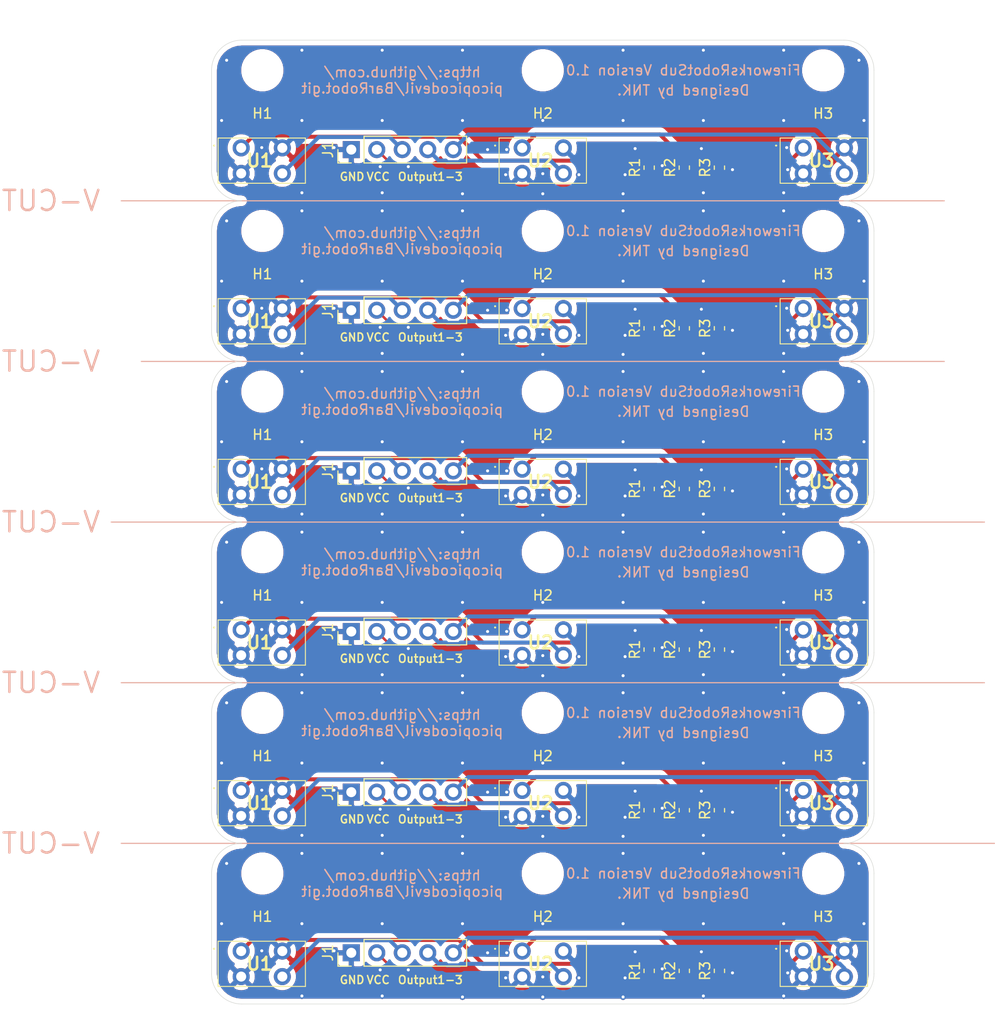
<source format=kicad_pcb>
(kicad_pcb (version 20171130) (host pcbnew "(5.1.6)-1")
  (layers (0 F.Cu signal) (31 B.Cu signal) (34 B.Paste user hide) (35 F.Paste user hide) (36 B.SilkS user) (37 F.SilkS user hide) (38 B.Mask user hide) (39 F.Mask user hide) (44 Edge.Cuts user))
  (net 0 "")
  (net 1 GND)
  (net 2 /VCC)
  (net 3 "Net-(R1-Pad2)")
  (net 4 "Net-(R2-Pad2)")
  (net 5 "Net-(R3-Pad2)")
  (net 6 /COLLECTOR_3)
  (net 7 /COLLECTOR_2)
  (net 8 /COLLECTOR_1)
  (module MountingHole:MountingHole_3.2mm_M3 (layer F.Cu) (at 155.94 193.01)
    (fp_text reference H3 (at 0 4.3) (layer F.SilkS))
    (fp_text value MountingHole)
    (pad 1 np_thru_hole circle (at 0 0) (size 3.2 3.2) (drill 3.2) (layers *.Cu *.Mask))
  )
  (module MountingHole:MountingHole_3.2mm_M3 (layer F.Cu) (at 155.94 177.01)
    (fp_text reference H3 (at 0 4.3) (layer F.SilkS))
    (fp_text value MountingHole)
    (pad 1 np_thru_hole circle (at 0 0) (size 3.2 3.2) (drill 3.2) (layers *.Cu *.Mask))
  )
  (module MountingHole:MountingHole_3.2mm_M3 (layer F.Cu) (at 155.94 161.01)
    (fp_text reference H3 (at 0 4.3) (layer F.SilkS))
    (fp_text value MountingHole)
    (pad 1 np_thru_hole circle (at 0 0) (size 3.2 3.2) (drill 3.2) (layers *.Cu *.Mask))
  )
  (module MountingHole:MountingHole_3.2mm_M3 (layer F.Cu) (at 155.94 145.01)
    (fp_text reference H3 (at 0 4.3) (layer F.SilkS))
    (fp_text value MountingHole)
    (pad 1 np_thru_hole circle (at 0 0) (size 3.2 3.2) (drill 3.2) (layers *.Cu *.Mask))
  )
  (module MountingHole:MountingHole_3.2mm_M3 (layer F.Cu) (at 155.94 129.01)
    (fp_text reference H3 (at 0 4.3) (layer F.SilkS))
    (fp_text value MountingHole)
    (pad 1 np_thru_hole circle (at 0 0) (size 3.2 3.2) (drill 3.2) (layers *.Cu *.Mask))
  )
  (module Connector_PinHeader_2.54mm:PinHeader_1x05_P2.54mm_Vertical (layer F.Cu) (at 108.92 200.9 90)
    (fp_text reference J1 (at 0 -2.33 90) (layer F.SilkS))
    (fp_text value Conn_01x05)
    (pad 1 thru_hole rect (at 0 0 90) (size 1.7 1.7) (drill 1) (layers *.Cu *.Mask) (net 1 GND))
    (pad 2 thru_hole oval (at 0 2.54 90) (size 1.7 1.7) (drill 1) (layers *.Cu *.Mask) (net 2 /VCC))
    (pad 3 thru_hole oval (at 0 5.08 90) (size 1.7 1.7) (drill 1) (layers *.Cu *.Mask) (net 8 /COLLECTOR_1))
    (pad 4 thru_hole oval (at 0 7.62 90) (size 1.7 1.7) (drill 1) (layers *.Cu *.Mask) (net 7 /COLLECTOR_2))
    (pad 5 thru_hole oval (at 0 10.16 90) (size 1.7 1.7) (drill 1) (layers *.Cu *.Mask) (net 6 /COLLECTOR_3))
  )
  (module Connector_PinHeader_2.54mm:PinHeader_1x05_P2.54mm_Vertical (layer F.Cu) (at 108.92 184.9 90)
    (fp_text reference J1 (at 0 -2.33 90) (layer F.SilkS))
    (fp_text value Conn_01x05)
    (pad 1 thru_hole rect (at 0 0 90) (size 1.7 1.7) (drill 1) (layers *.Cu *.Mask) (net 1 GND))
    (pad 2 thru_hole oval (at 0 2.54 90) (size 1.7 1.7) (drill 1) (layers *.Cu *.Mask) (net 2 /VCC))
    (pad 3 thru_hole oval (at 0 5.08 90) (size 1.7 1.7) (drill 1) (layers *.Cu *.Mask) (net 8 /COLLECTOR_1))
    (pad 4 thru_hole oval (at 0 7.62 90) (size 1.7 1.7) (drill 1) (layers *.Cu *.Mask) (net 7 /COLLECTOR_2))
    (pad 5 thru_hole oval (at 0 10.16 90) (size 1.7 1.7) (drill 1) (layers *.Cu *.Mask) (net 6 /COLLECTOR_3))
  )
  (module Connector_PinHeader_2.54mm:PinHeader_1x05_P2.54mm_Vertical (layer F.Cu) (at 108.92 168.9 90)
    (fp_text reference J1 (at 0 -2.33 90) (layer F.SilkS))
    (fp_text value Conn_01x05)
    (pad 1 thru_hole rect (at 0 0 90) (size 1.7 1.7) (drill 1) (layers *.Cu *.Mask) (net 1 GND))
    (pad 2 thru_hole oval (at 0 2.54 90) (size 1.7 1.7) (drill 1) (layers *.Cu *.Mask) (net 2 /VCC))
    (pad 3 thru_hole oval (at 0 5.08 90) (size 1.7 1.7) (drill 1) (layers *.Cu *.Mask) (net 8 /COLLECTOR_1))
    (pad 4 thru_hole oval (at 0 7.62 90) (size 1.7 1.7) (drill 1) (layers *.Cu *.Mask) (net 7 /COLLECTOR_2))
    (pad 5 thru_hole oval (at 0 10.16 90) (size 1.7 1.7) (drill 1) (layers *.Cu *.Mask) (net 6 /COLLECTOR_3))
  )
  (module Connector_PinHeader_2.54mm:PinHeader_1x05_P2.54mm_Vertical (layer F.Cu) (at 108.92 152.9 90)
    (fp_text reference J1 (at 0 -2.33 90) (layer F.SilkS))
    (fp_text value Conn_01x05)
    (pad 1 thru_hole rect (at 0 0 90) (size 1.7 1.7) (drill 1) (layers *.Cu *.Mask) (net 1 GND))
    (pad 2 thru_hole oval (at 0 2.54 90) (size 1.7 1.7) (drill 1) (layers *.Cu *.Mask) (net 2 /VCC))
    (pad 3 thru_hole oval (at 0 5.08 90) (size 1.7 1.7) (drill 1) (layers *.Cu *.Mask) (net 8 /COLLECTOR_1))
    (pad 4 thru_hole oval (at 0 7.62 90) (size 1.7 1.7) (drill 1) (layers *.Cu *.Mask) (net 7 /COLLECTOR_2))
    (pad 5 thru_hole oval (at 0 10.16 90) (size 1.7 1.7) (drill 1) (layers *.Cu *.Mask) (net 6 /COLLECTOR_3))
  )
  (module Connector_PinHeader_2.54mm:PinHeader_1x05_P2.54mm_Vertical (layer F.Cu) (at 108.92 136.9 90)
    (fp_text reference J1 (at 0 -2.33 90) (layer F.SilkS))
    (fp_text value Conn_01x05)
    (pad 1 thru_hole rect (at 0 0 90) (size 1.7 1.7) (drill 1) (layers *.Cu *.Mask) (net 1 GND))
    (pad 2 thru_hole oval (at 0 2.54 90) (size 1.7 1.7) (drill 1) (layers *.Cu *.Mask) (net 2 /VCC))
    (pad 3 thru_hole oval (at 0 5.08 90) (size 1.7 1.7) (drill 1) (layers *.Cu *.Mask) (net 8 /COLLECTOR_1))
    (pad 4 thru_hole oval (at 0 7.62 90) (size 1.7 1.7) (drill 1) (layers *.Cu *.Mask) (net 7 /COLLECTOR_2))
    (pad 5 thru_hole oval (at 0 10.16 90) (size 1.7 1.7) (drill 1) (layers *.Cu *.Mask) (net 6 /COLLECTOR_3))
  )
  (module SamcSys_Parts:A5131A (layer F.Cu) (at 100 202 180)
    (fp_text reference U1 (at 0.225 0) (layer F.SilkS) (effects (font (size 1.27 1.27) (thickness 0.254))))
    (fp_text value LBR-127HLD hide)
    (pad 1 thru_hole circle (at 2.05 1.27 180) (size 1.7 1.7) (drill 1) (layers *.Cu *.Mask) (net 3 "Net-(R1-Pad2)"))
    (pad 2 thru_hole circle (at 2.05 -1.27 180) (size 1.7 1.7) (drill 1) (layers *.Cu *.Mask) (net 1 GND))
    (pad 3 thru_hole circle (at -2.05 1.27 180) (size 1.7 1.7) (drill 1) (layers *.Cu *.Mask) (net 1 GND))
    (pad 4 thru_hole circle (at -2.05 -1.27 180) (size 1.7 1.7) (drill 1) (layers *.Cu *.Mask) (net 8 /COLLECTOR_1))
  )
  (module SamcSys_Parts:A5131A (layer F.Cu) (at 100 186 180)
    (fp_text reference U1 (at 0.225 0) (layer F.SilkS) (effects (font (size 1.27 1.27) (thickness 0.254))))
    (fp_text value LBR-127HLD hide)
    (pad 1 thru_hole circle (at 2.05 1.27 180) (size 1.7 1.7) (drill 1) (layers *.Cu *.Mask) (net 3 "Net-(R1-Pad2)"))
    (pad 2 thru_hole circle (at 2.05 -1.27 180) (size 1.7 1.7) (drill 1) (layers *.Cu *.Mask) (net 1 GND))
    (pad 3 thru_hole circle (at -2.05 1.27 180) (size 1.7 1.7) (drill 1) (layers *.Cu *.Mask) (net 1 GND))
    (pad 4 thru_hole circle (at -2.05 -1.27 180) (size 1.7 1.7) (drill 1) (layers *.Cu *.Mask) (net 8 /COLLECTOR_1))
  )
  (module SamcSys_Parts:A5131A (layer F.Cu) (at 100 170 180)
    (fp_text reference U1 (at 0.225 0) (layer F.SilkS) (effects (font (size 1.27 1.27) (thickness 0.254))))
    (fp_text value LBR-127HLD hide)
    (pad 1 thru_hole circle (at 2.05 1.27 180) (size 1.7 1.7) (drill 1) (layers *.Cu *.Mask) (net 3 "Net-(R1-Pad2)"))
    (pad 2 thru_hole circle (at 2.05 -1.27 180) (size 1.7 1.7) (drill 1) (layers *.Cu *.Mask) (net 1 GND))
    (pad 3 thru_hole circle (at -2.05 1.27 180) (size 1.7 1.7) (drill 1) (layers *.Cu *.Mask) (net 1 GND))
    (pad 4 thru_hole circle (at -2.05 -1.27 180) (size 1.7 1.7) (drill 1) (layers *.Cu *.Mask) (net 8 /COLLECTOR_1))
  )
  (module SamcSys_Parts:A5131A (layer F.Cu) (at 100 154 180)
    (fp_text reference U1 (at 0.225 0) (layer F.SilkS) (effects (font (size 1.27 1.27) (thickness 0.254))))
    (fp_text value LBR-127HLD hide)
    (pad 1 thru_hole circle (at 2.05 1.27 180) (size 1.7 1.7) (drill 1) (layers *.Cu *.Mask) (net 3 "Net-(R1-Pad2)"))
    (pad 2 thru_hole circle (at 2.05 -1.27 180) (size 1.7 1.7) (drill 1) (layers *.Cu *.Mask) (net 1 GND))
    (pad 3 thru_hole circle (at -2.05 1.27 180) (size 1.7 1.7) (drill 1) (layers *.Cu *.Mask) (net 1 GND))
    (pad 4 thru_hole circle (at -2.05 -1.27 180) (size 1.7 1.7) (drill 1) (layers *.Cu *.Mask) (net 8 /COLLECTOR_1))
  )
  (module SamcSys_Parts:A5131A (layer F.Cu) (at 100 138 180)
    (fp_text reference U1 (at 0.225 0) (layer F.SilkS) (effects (font (size 1.27 1.27) (thickness 0.254))))
    (fp_text value LBR-127HLD hide)
    (pad 1 thru_hole circle (at 2.05 1.27 180) (size 1.7 1.7) (drill 1) (layers *.Cu *.Mask) (net 3 "Net-(R1-Pad2)"))
    (pad 2 thru_hole circle (at 2.05 -1.27 180) (size 1.7 1.7) (drill 1) (layers *.Cu *.Mask) (net 1 GND))
    (pad 3 thru_hole circle (at -2.05 1.27 180) (size 1.7 1.7) (drill 1) (layers *.Cu *.Mask) (net 1 GND))
    (pad 4 thru_hole circle (at -2.05 -1.27 180) (size 1.7 1.7) (drill 1) (layers *.Cu *.Mask) (net 8 /COLLECTOR_1))
  )
  (module SamcSys_Parts:A5131A (layer F.Cu) (at 156 202 180)
    (fp_text reference U3 (at 0.225 0) (layer F.SilkS) (effects (font (size 1.27 1.27) (thickness 0.254))))
    (fp_text value LBR-127HLD hide)
    (pad 1 thru_hole circle (at 2.05 1.27 180) (size 1.7 1.7) (drill 1) (layers *.Cu *.Mask) (net 5 "Net-(R3-Pad2)"))
    (pad 2 thru_hole circle (at 2.05 -1.27 180) (size 1.7 1.7) (drill 1) (layers *.Cu *.Mask) (net 1 GND))
    (pad 3 thru_hole circle (at -2.05 1.27 180) (size 1.7 1.7) (drill 1) (layers *.Cu *.Mask) (net 1 GND))
    (pad 4 thru_hole circle (at -2.05 -1.27 180) (size 1.7 1.7) (drill 1) (layers *.Cu *.Mask) (net 6 /COLLECTOR_3))
  )
  (module SamcSys_Parts:A5131A (layer F.Cu) (at 156 186 180)
    (fp_text reference U3 (at 0.225 0) (layer F.SilkS) (effects (font (size 1.27 1.27) (thickness 0.254))))
    (fp_text value LBR-127HLD hide)
    (pad 1 thru_hole circle (at 2.05 1.27 180) (size 1.7 1.7) (drill 1) (layers *.Cu *.Mask) (net 5 "Net-(R3-Pad2)"))
    (pad 2 thru_hole circle (at 2.05 -1.27 180) (size 1.7 1.7) (drill 1) (layers *.Cu *.Mask) (net 1 GND))
    (pad 3 thru_hole circle (at -2.05 1.27 180) (size 1.7 1.7) (drill 1) (layers *.Cu *.Mask) (net 1 GND))
    (pad 4 thru_hole circle (at -2.05 -1.27 180) (size 1.7 1.7) (drill 1) (layers *.Cu *.Mask) (net 6 /COLLECTOR_3))
  )
  (module SamcSys_Parts:A5131A (layer F.Cu) (at 156 170 180)
    (fp_text reference U3 (at 0.225 0) (layer F.SilkS) (effects (font (size 1.27 1.27) (thickness 0.254))))
    (fp_text value LBR-127HLD hide)
    (pad 1 thru_hole circle (at 2.05 1.27 180) (size 1.7 1.7) (drill 1) (layers *.Cu *.Mask) (net 5 "Net-(R3-Pad2)"))
    (pad 2 thru_hole circle (at 2.05 -1.27 180) (size 1.7 1.7) (drill 1) (layers *.Cu *.Mask) (net 1 GND))
    (pad 3 thru_hole circle (at -2.05 1.27 180) (size 1.7 1.7) (drill 1) (layers *.Cu *.Mask) (net 1 GND))
    (pad 4 thru_hole circle (at -2.05 -1.27 180) (size 1.7 1.7) (drill 1) (layers *.Cu *.Mask) (net 6 /COLLECTOR_3))
  )
  (module SamcSys_Parts:A5131A (layer F.Cu) (at 156 154 180)
    (fp_text reference U3 (at 0.225 0) (layer F.SilkS) (effects (font (size 1.27 1.27) (thickness 0.254))))
    (fp_text value LBR-127HLD hide)
    (pad 1 thru_hole circle (at 2.05 1.27 180) (size 1.7 1.7) (drill 1) (layers *.Cu *.Mask) (net 5 "Net-(R3-Pad2)"))
    (pad 2 thru_hole circle (at 2.05 -1.27 180) (size 1.7 1.7) (drill 1) (layers *.Cu *.Mask) (net 1 GND))
    (pad 3 thru_hole circle (at -2.05 1.27 180) (size 1.7 1.7) (drill 1) (layers *.Cu *.Mask) (net 1 GND))
    (pad 4 thru_hole circle (at -2.05 -1.27 180) (size 1.7 1.7) (drill 1) (layers *.Cu *.Mask) (net 6 /COLLECTOR_3))
  )
  (module SamcSys_Parts:A5131A (layer F.Cu) (at 156 138 180)
    (fp_text reference U3 (at 0.225 0) (layer F.SilkS) (effects (font (size 1.27 1.27) (thickness 0.254))))
    (fp_text value LBR-127HLD hide)
    (pad 1 thru_hole circle (at 2.05 1.27 180) (size 1.7 1.7) (drill 1) (layers *.Cu *.Mask) (net 5 "Net-(R3-Pad2)"))
    (pad 2 thru_hole circle (at 2.05 -1.27 180) (size 1.7 1.7) (drill 1) (layers *.Cu *.Mask) (net 1 GND))
    (pad 3 thru_hole circle (at -2.05 1.27 180) (size 1.7 1.7) (drill 1) (layers *.Cu *.Mask) (net 1 GND))
    (pad 4 thru_hole circle (at -2.05 -1.27 180) (size 1.7 1.7) (drill 1) (layers *.Cu *.Mask) (net 6 /COLLECTOR_3))
  )
  (module Resistor_SMD:R_0603_1608Metric_Pad1.05x0.95mm_HandSolder (layer F.Cu) (at 138.6 202.7 90)
    (fp_text reference R1 (at 0 -1.43 90) (layer F.SilkS))
    (fp_text value 100)
    (pad 1 smd roundrect (at -0.875 0 90) (size 1.05 0.95) (layers F.Cu F.Paste F.Mask) (net 2 /VCC))
    (pad 2 smd roundrect (at 0.875 0 90) (size 1.05 0.95) (layers F.Cu F.Paste F.Mask) (net 3 "Net-(R1-Pad2)"))
  )
  (module Resistor_SMD:R_0603_1608Metric_Pad1.05x0.95mm_HandSolder (layer F.Cu) (at 138.6 186.7 90)
    (fp_text reference R1 (at 0 -1.43 90) (layer F.SilkS))
    (fp_text value 100)
    (pad 1 smd roundrect (at -0.875 0 90) (size 1.05 0.95) (layers F.Cu F.Paste F.Mask) (net 2 /VCC))
    (pad 2 smd roundrect (at 0.875 0 90) (size 1.05 0.95) (layers F.Cu F.Paste F.Mask) (net 3 "Net-(R1-Pad2)"))
  )
  (module Resistor_SMD:R_0603_1608Metric_Pad1.05x0.95mm_HandSolder (layer F.Cu) (at 138.6 170.7 90)
    (fp_text reference R1 (at 0 -1.43 90) (layer F.SilkS))
    (fp_text value 100)
    (pad 1 smd roundrect (at -0.875 0 90) (size 1.05 0.95) (layers F.Cu F.Paste F.Mask) (net 2 /VCC))
    (pad 2 smd roundrect (at 0.875 0 90) (size 1.05 0.95) (layers F.Cu F.Paste F.Mask) (net 3 "Net-(R1-Pad2)"))
  )
  (module Resistor_SMD:R_0603_1608Metric_Pad1.05x0.95mm_HandSolder (layer F.Cu) (at 138.6 154.7 90)
    (fp_text reference R1 (at 0 -1.43 90) (layer F.SilkS))
    (fp_text value 100)
    (pad 1 smd roundrect (at -0.875 0 90) (size 1.05 0.95) (layers F.Cu F.Paste F.Mask) (net 2 /VCC))
    (pad 2 smd roundrect (at 0.875 0 90) (size 1.05 0.95) (layers F.Cu F.Paste F.Mask) (net 3 "Net-(R1-Pad2)"))
  )
  (module Resistor_SMD:R_0603_1608Metric_Pad1.05x0.95mm_HandSolder (layer F.Cu) (at 138.6 138.7 90)
    (fp_text reference R1 (at 0 -1.43 90) (layer F.SilkS))
    (fp_text value 100)
    (pad 1 smd roundrect (at -0.875 0 90) (size 1.05 0.95) (layers F.Cu F.Paste F.Mask) (net 2 /VCC))
    (pad 2 smd roundrect (at 0.875 0 90) (size 1.05 0.95) (layers F.Cu F.Paste F.Mask) (net 3 "Net-(R1-Pad2)"))
  )
  (module MountingHole:MountingHole_3.2mm_M3 (layer F.Cu) (at 100.06 193)
    (fp_text reference H1 (at 0 4.3) (layer F.SilkS))
    (fp_text value MountingHole)
    (pad 1 np_thru_hole circle (at 0 0) (size 3.2 3.2) (drill 3.2) (layers *.Cu *.Mask))
  )
  (module MountingHole:MountingHole_3.2mm_M3 (layer F.Cu) (at 100.06 177)
    (fp_text reference H1 (at 0 4.3) (layer F.SilkS))
    (fp_text value MountingHole)
    (pad 1 np_thru_hole circle (at 0 0) (size 3.2 3.2) (drill 3.2) (layers *.Cu *.Mask))
  )
  (module MountingHole:MountingHole_3.2mm_M3 (layer F.Cu) (at 100.06 161)
    (fp_text reference H1 (at 0 4.3) (layer F.SilkS))
    (fp_text value MountingHole)
    (pad 1 np_thru_hole circle (at 0 0) (size 3.2 3.2) (drill 3.2) (layers *.Cu *.Mask))
  )
  (module MountingHole:MountingHole_3.2mm_M3 (layer F.Cu) (at 100.06 145)
    (fp_text reference H1 (at 0 4.3) (layer F.SilkS))
    (fp_text value MountingHole)
    (pad 1 np_thru_hole circle (at 0 0) (size 3.2 3.2) (drill 3.2) (layers *.Cu *.Mask))
  )
  (module MountingHole:MountingHole_3.2mm_M3 (layer F.Cu) (at 100.06 129)
    (fp_text reference H1 (at 0 4.3) (layer F.SilkS))
    (fp_text value MountingHole)
    (pad 1 np_thru_hole circle (at 0 0) (size 3.2 3.2) (drill 3.2) (layers *.Cu *.Mask))
  )
  (module Resistor_SMD:R_0603_1608Metric_Pad1.05x0.95mm_HandSolder (layer F.Cu) (at 142.1 202.7 90)
    (fp_text reference R2 (at 0 -1.43 90) (layer F.SilkS))
    (fp_text value 100)
    (pad 1 smd roundrect (at -0.875 0 90) (size 1.05 0.95) (layers F.Cu F.Paste F.Mask) (net 2 /VCC))
    (pad 2 smd roundrect (at 0.875 0 90) (size 1.05 0.95) (layers F.Cu F.Paste F.Mask) (net 4 "Net-(R2-Pad2)"))
  )
  (module Resistor_SMD:R_0603_1608Metric_Pad1.05x0.95mm_HandSolder (layer F.Cu) (at 142.1 186.7 90)
    (fp_text reference R2 (at 0 -1.43 90) (layer F.SilkS))
    (fp_text value 100)
    (pad 1 smd roundrect (at -0.875 0 90) (size 1.05 0.95) (layers F.Cu F.Paste F.Mask) (net 2 /VCC))
    (pad 2 smd roundrect (at 0.875 0 90) (size 1.05 0.95) (layers F.Cu F.Paste F.Mask) (net 4 "Net-(R2-Pad2)"))
  )
  (module Resistor_SMD:R_0603_1608Metric_Pad1.05x0.95mm_HandSolder (layer F.Cu) (at 142.1 170.7 90)
    (fp_text reference R2 (at 0 -1.43 90) (layer F.SilkS))
    (fp_text value 100)
    (pad 1 smd roundrect (at -0.875 0 90) (size 1.05 0.95) (layers F.Cu F.Paste F.Mask) (net 2 /VCC))
    (pad 2 smd roundrect (at 0.875 0 90) (size 1.05 0.95) (layers F.Cu F.Paste F.Mask) (net 4 "Net-(R2-Pad2)"))
  )
  (module Resistor_SMD:R_0603_1608Metric_Pad1.05x0.95mm_HandSolder (layer F.Cu) (at 142.1 154.7 90)
    (fp_text reference R2 (at 0 -1.43 90) (layer F.SilkS))
    (fp_text value 100)
    (pad 1 smd roundrect (at -0.875 0 90) (size 1.05 0.95) (layers F.Cu F.Paste F.Mask) (net 2 /VCC))
    (pad 2 smd roundrect (at 0.875 0 90) (size 1.05 0.95) (layers F.Cu F.Paste F.Mask) (net 4 "Net-(R2-Pad2)"))
  )
  (module Resistor_SMD:R_0603_1608Metric_Pad1.05x0.95mm_HandSolder (layer F.Cu) (at 142.1 138.7 90)
    (fp_text reference R2 (at 0 -1.43 90) (layer F.SilkS))
    (fp_text value 100)
    (pad 1 smd roundrect (at -0.875 0 90) (size 1.05 0.95) (layers F.Cu F.Paste F.Mask) (net 2 /VCC))
    (pad 2 smd roundrect (at 0.875 0 90) (size 1.05 0.95) (layers F.Cu F.Paste F.Mask) (net 4 "Net-(R2-Pad2)"))
  )
  (module SamcSys_Parts:A5131A (layer F.Cu) (at 128 202 180)
    (fp_text reference U2 (at 0.225 0) (layer F.SilkS) (effects (font (size 1.27 1.27) (thickness 0.254))))
    (fp_text value LBR-127HLD hide)
    (pad 1 thru_hole circle (at 2.05 1.27 180) (size 1.7 1.7) (drill 1) (layers *.Cu *.Mask) (net 4 "Net-(R2-Pad2)"))
    (pad 2 thru_hole circle (at 2.05 -1.27 180) (size 1.7 1.7) (drill 1) (layers *.Cu *.Mask) (net 1 GND))
    (pad 3 thru_hole circle (at -2.05 1.27 180) (size 1.7 1.7) (drill 1) (layers *.Cu *.Mask) (net 1 GND))
    (pad 4 thru_hole circle (at -2.05 -1.27 180) (size 1.7 1.7) (drill 1) (layers *.Cu *.Mask) (net 7 /COLLECTOR_2))
  )
  (module SamcSys_Parts:A5131A (layer F.Cu) (at 128 186 180)
    (fp_text reference U2 (at 0.225 0) (layer F.SilkS) (effects (font (size 1.27 1.27) (thickness 0.254))))
    (fp_text value LBR-127HLD hide)
    (pad 1 thru_hole circle (at 2.05 1.27 180) (size 1.7 1.7) (drill 1) (layers *.Cu *.Mask) (net 4 "Net-(R2-Pad2)"))
    (pad 2 thru_hole circle (at 2.05 -1.27 180) (size 1.7 1.7) (drill 1) (layers *.Cu *.Mask) (net 1 GND))
    (pad 3 thru_hole circle (at -2.05 1.27 180) (size 1.7 1.7) (drill 1) (layers *.Cu *.Mask) (net 1 GND))
    (pad 4 thru_hole circle (at -2.05 -1.27 180) (size 1.7 1.7) (drill 1) (layers *.Cu *.Mask) (net 7 /COLLECTOR_2))
  )
  (module SamcSys_Parts:A5131A (layer F.Cu) (at 128 170 180)
    (fp_text reference U2 (at 0.225 0) (layer F.SilkS) (effects (font (size 1.27 1.27) (thickness 0.254))))
    (fp_text value LBR-127HLD hide)
    (pad 1 thru_hole circle (at 2.05 1.27 180) (size 1.7 1.7) (drill 1) (layers *.Cu *.Mask) (net 4 "Net-(R2-Pad2)"))
    (pad 2 thru_hole circle (at 2.05 -1.27 180) (size 1.7 1.7) (drill 1) (layers *.Cu *.Mask) (net 1 GND))
    (pad 3 thru_hole circle (at -2.05 1.27 180) (size 1.7 1.7) (drill 1) (layers *.Cu *.Mask) (net 1 GND))
    (pad 4 thru_hole circle (at -2.05 -1.27 180) (size 1.7 1.7) (drill 1) (layers *.Cu *.Mask) (net 7 /COLLECTOR_2))
  )
  (module SamcSys_Parts:A5131A (layer F.Cu) (at 128 154 180)
    (fp_text reference U2 (at 0.225 0) (layer F.SilkS) (effects (font (size 1.27 1.27) (thickness 0.254))))
    (fp_text value LBR-127HLD hide)
    (pad 1 thru_hole circle (at 2.05 1.27 180) (size 1.7 1.7) (drill 1) (layers *.Cu *.Mask) (net 4 "Net-(R2-Pad2)"))
    (pad 2 thru_hole circle (at 2.05 -1.27 180) (size 1.7 1.7) (drill 1) (layers *.Cu *.Mask) (net 1 GND))
    (pad 3 thru_hole circle (at -2.05 1.27 180) (size 1.7 1.7) (drill 1) (layers *.Cu *.Mask) (net 1 GND))
    (pad 4 thru_hole circle (at -2.05 -1.27 180) (size 1.7 1.7) (drill 1) (layers *.Cu *.Mask) (net 7 /COLLECTOR_2))
  )
  (module SamcSys_Parts:A5131A (layer F.Cu) (at 128 138 180)
    (fp_text reference U2 (at 0.225 0) (layer F.SilkS) (effects (font (size 1.27 1.27) (thickness 0.254))))
    (fp_text value LBR-127HLD hide)
    (pad 1 thru_hole circle (at 2.05 1.27 180) (size 1.7 1.7) (drill 1) (layers *.Cu *.Mask) (net 4 "Net-(R2-Pad2)"))
    (pad 2 thru_hole circle (at 2.05 -1.27 180) (size 1.7 1.7) (drill 1) (layers *.Cu *.Mask) (net 1 GND))
    (pad 3 thru_hole circle (at -2.05 1.27 180) (size 1.7 1.7) (drill 1) (layers *.Cu *.Mask) (net 1 GND))
    (pad 4 thru_hole circle (at -2.05 -1.27 180) (size 1.7 1.7) (drill 1) (layers *.Cu *.Mask) (net 7 /COLLECTOR_2))
  )
  (module MountingHole:MountingHole_3.2mm_M3 (layer F.Cu) (at 128 193)
    (fp_text reference H2 (at 0 4.3) (layer F.SilkS))
    (fp_text value MountingHole)
    (pad 1 np_thru_hole circle (at 0 0) (size 3.2 3.2) (drill 3.2) (layers *.Cu *.Mask))
  )
  (module MountingHole:MountingHole_3.2mm_M3 (layer F.Cu) (at 128 177)
    (fp_text reference H2 (at 0 4.3) (layer F.SilkS))
    (fp_text value MountingHole)
    (pad 1 np_thru_hole circle (at 0 0) (size 3.2 3.2) (drill 3.2) (layers *.Cu *.Mask))
  )
  (module MountingHole:MountingHole_3.2mm_M3 (layer F.Cu) (at 128 161)
    (fp_text reference H2 (at 0 4.3) (layer F.SilkS))
    (fp_text value MountingHole)
    (pad 1 np_thru_hole circle (at 0 0) (size 3.2 3.2) (drill 3.2) (layers *.Cu *.Mask))
  )
  (module MountingHole:MountingHole_3.2mm_M3 (layer F.Cu) (at 128 145)
    (fp_text reference H2 (at 0 4.3) (layer F.SilkS))
    (fp_text value MountingHole)
    (pad 1 np_thru_hole circle (at 0 0) (size 3.2 3.2) (drill 3.2) (layers *.Cu *.Mask))
  )
  (module MountingHole:MountingHole_3.2mm_M3 (layer F.Cu) (at 128 129)
    (fp_text reference H2 (at 0 4.3) (layer F.SilkS))
    (fp_text value MountingHole)
    (pad 1 np_thru_hole circle (at 0 0) (size 3.2 3.2) (drill 3.2) (layers *.Cu *.Mask))
  )
  (module Resistor_SMD:R_0603_1608Metric_Pad1.05x0.95mm_HandSolder (layer F.Cu) (at 145.6 202.7 90)
    (fp_text reference R3 (at 0 -1.43 90) (layer F.SilkS))
    (fp_text value 100)
    (pad 1 smd roundrect (at -0.875 0 90) (size 1.05 0.95) (layers F.Cu F.Paste F.Mask) (net 2 /VCC))
    (pad 2 smd roundrect (at 0.875 0 90) (size 1.05 0.95) (layers F.Cu F.Paste F.Mask) (net 5 "Net-(R3-Pad2)"))
  )
  (module Resistor_SMD:R_0603_1608Metric_Pad1.05x0.95mm_HandSolder (layer F.Cu) (at 145.6 186.7 90)
    (fp_text reference R3 (at 0 -1.43 90) (layer F.SilkS))
    (fp_text value 100)
    (pad 1 smd roundrect (at -0.875 0 90) (size 1.05 0.95) (layers F.Cu F.Paste F.Mask) (net 2 /VCC))
    (pad 2 smd roundrect (at 0.875 0 90) (size 1.05 0.95) (layers F.Cu F.Paste F.Mask) (net 5 "Net-(R3-Pad2)"))
  )
  (module Resistor_SMD:R_0603_1608Metric_Pad1.05x0.95mm_HandSolder (layer F.Cu) (at 145.6 170.7 90)
    (fp_text reference R3 (at 0 -1.43 90) (layer F.SilkS))
    (fp_text value 100)
    (pad 1 smd roundrect (at -0.875 0 90) (size 1.05 0.95) (layers F.Cu F.Paste F.Mask) (net 2 /VCC))
    (pad 2 smd roundrect (at 0.875 0 90) (size 1.05 0.95) (layers F.Cu F.Paste F.Mask) (net 5 "Net-(R3-Pad2)"))
  )
  (module Resistor_SMD:R_0603_1608Metric_Pad1.05x0.95mm_HandSolder (layer F.Cu) (at 145.6 154.7 90)
    (fp_text reference R3 (at 0 -1.43 90) (layer F.SilkS))
    (fp_text value 100)
    (pad 1 smd roundrect (at -0.875 0 90) (size 1.05 0.95) (layers F.Cu F.Paste F.Mask) (net 2 /VCC))
    (pad 2 smd roundrect (at 0.875 0 90) (size 1.05 0.95) (layers F.Cu F.Paste F.Mask) (net 5 "Net-(R3-Pad2)"))
  )
  (module Resistor_SMD:R_0603_1608Metric_Pad1.05x0.95mm_HandSolder (layer F.Cu) (at 145.6 138.7 90)
    (fp_text reference R3 (at 0 -1.43 90) (layer F.SilkS))
    (fp_text value 100)
    (pad 1 smd roundrect (at -0.875 0 90) (size 1.05 0.95) (layers F.Cu F.Paste F.Mask) (net 2 /VCC))
    (pad 2 smd roundrect (at 0.875 0 90) (size 1.05 0.95) (layers F.Cu F.Paste F.Mask) (net 5 "Net-(R3-Pad2)"))
  )
  (module SamcSys_Parts:A5131A (layer F.Cu) (at 128 122 180)
    (fp_text reference U2 (at 0.225 0) (layer F.SilkS) (effects (font (size 1.27 1.27) (thickness 0.254))))
    (fp_text value LBR-127HLD hide)
    (pad 4 thru_hole circle (at -2.05 -1.27 180) (size 1.7 1.7) (drill 1) (layers *.Cu *.Mask) (net 7 /COLLECTOR_2))
    (pad 3 thru_hole circle (at -2.05 1.27 180) (size 1.7 1.7) (drill 1) (layers *.Cu *.Mask) (net 1 GND))
    (pad 2 thru_hole circle (at 2.05 -1.27 180) (size 1.7 1.7) (drill 1) (layers *.Cu *.Mask) (net 1 GND))
    (pad 1 thru_hole circle (at 2.05 1.27 180) (size 1.7 1.7) (drill 1) (layers *.Cu *.Mask) (net 4 "Net-(R2-Pad2)"))
  )
  (module MountingHole:MountingHole_3.2mm_M3 (layer F.Cu) (at 128 113)
    (fp_text reference H2 (at 0 4.3) (layer F.SilkS))
    (fp_text value MountingHole)
    (pad 1 np_thru_hole circle (at 0 0) (size 3.2 3.2) (drill 3.2) (layers *.Cu *.Mask))
  )
  (module Resistor_SMD:R_0603_1608Metric_Pad1.05x0.95mm_HandSolder (layer F.Cu) (at 145.6 122.7 90)
    (fp_text reference R3 (at 0 -1.43 90) (layer F.SilkS))
    (fp_text value 100)
    (pad 2 smd roundrect (at 0.875 0 90) (size 1.05 0.95) (layers F.Cu F.Paste F.Mask) (net 5 "Net-(R3-Pad2)"))
    (pad 1 smd roundrect (at -0.875 0 90) (size 1.05 0.95) (layers F.Cu F.Paste F.Mask) (net 2 /VCC))
  )
  (module Resistor_SMD:R_0603_1608Metric_Pad1.05x0.95mm_HandSolder (layer F.Cu) (at 142.1 122.7 90)
    (fp_text reference R2 (at 0 -1.43 90) (layer F.SilkS))
    (fp_text value 100)
    (pad 2 smd roundrect (at 0.875 0 90) (size 1.05 0.95) (layers F.Cu F.Paste F.Mask) (net 4 "Net-(R2-Pad2)"))
    (pad 1 smd roundrect (at -0.875 0 90) (size 1.05 0.95) (layers F.Cu F.Paste F.Mask) (net 2 /VCC))
  )
  (module Resistor_SMD:R_0603_1608Metric_Pad1.05x0.95mm_HandSolder (layer F.Cu) (at 138.6 122.7 90)
    (fp_text reference R1 (at 0 -1.43 90) (layer F.SilkS))
    (fp_text value 100)
    (pad 2 smd roundrect (at 0.875 0 90) (size 1.05 0.95) (layers F.Cu F.Paste F.Mask) (net 3 "Net-(R1-Pad2)"))
    (pad 1 smd roundrect (at -0.875 0 90) (size 1.05 0.95) (layers F.Cu F.Paste F.Mask) (net 2 /VCC))
  )
  (module MountingHole:MountingHole_3.2mm_M3 (layer F.Cu) (at 155.94 113.01)
    (fp_text reference H3 (at 0 4.3) (layer F.SilkS))
    (fp_text value MountingHole)
    (pad 1 np_thru_hole circle (at 0 0) (size 3.2 3.2) (drill 3.2) (layers *.Cu *.Mask))
  )
  (module MountingHole:MountingHole_3.2mm_M3 (layer F.Cu) (at 100.06 113)
    (fp_text reference H1 (at 0 4.3) (layer F.SilkS))
    (fp_text value MountingHole)
    (pad 1 np_thru_hole circle (at 0 0) (size 3.2 3.2) (drill 3.2) (layers *.Cu *.Mask))
  )
  (module SamcSys_Parts:A5131A (layer F.Cu) (at 156 122 180)
    (fp_text reference U3 (at 0.225 0) (layer F.SilkS) (effects (font (size 1.27 1.27) (thickness 0.254))))
    (fp_text value LBR-127HLD hide)
    (pad 4 thru_hole circle (at -2.05 -1.27 180) (size 1.7 1.7) (drill 1) (layers *.Cu *.Mask) (net 6 /COLLECTOR_3))
    (pad 3 thru_hole circle (at -2.05 1.27 180) (size 1.7 1.7) (drill 1) (layers *.Cu *.Mask) (net 1 GND))
    (pad 2 thru_hole circle (at 2.05 -1.27 180) (size 1.7 1.7) (drill 1) (layers *.Cu *.Mask) (net 1 GND))
    (pad 1 thru_hole circle (at 2.05 1.27 180) (size 1.7 1.7) (drill 1) (layers *.Cu *.Mask) (net 5 "Net-(R3-Pad2)"))
  )
  (module SamcSys_Parts:A5131A (layer F.Cu) (at 100 122 180)
    (fp_text reference U1 (at 0.225 0) (layer F.SilkS) (effects (font (size 1.27 1.27) (thickness 0.254))))
    (fp_text value LBR-127HLD hide)
    (pad 4 thru_hole circle (at -2.05 -1.27 180) (size 1.7 1.7) (drill 1) (layers *.Cu *.Mask) (net 8 /COLLECTOR_1))
    (pad 3 thru_hole circle (at -2.05 1.27 180) (size 1.7 1.7) (drill 1) (layers *.Cu *.Mask) (net 1 GND))
    (pad 2 thru_hole circle (at 2.05 -1.27 180) (size 1.7 1.7) (drill 1) (layers *.Cu *.Mask) (net 1 GND))
    (pad 1 thru_hole circle (at 2.05 1.27 180) (size 1.7 1.7) (drill 1) (layers *.Cu *.Mask) (net 3 "Net-(R1-Pad2)"))
  )
  (module Connector_PinHeader_2.54mm:PinHeader_1x05_P2.54mm_Vertical (layer F.Cu) (at 108.92 120.9 90)
    (fp_text reference J1 (at 0 -2.33 90) (layer F.SilkS))
    (fp_text value Conn_01x05)
    (pad 5 thru_hole oval (at 0 10.16 90) (size 1.7 1.7) (drill 1) (layers *.Cu *.Mask) (net 6 /COLLECTOR_3))
    (pad 4 thru_hole oval (at 0 7.62 90) (size 1.7 1.7) (drill 1) (layers *.Cu *.Mask) (net 7 /COLLECTOR_2))
    (pad 3 thru_hole oval (at 0 5.08 90) (size 1.7 1.7) (drill 1) (layers *.Cu *.Mask) (net 8 /COLLECTOR_1))
    (pad 2 thru_hole oval (at 0 2.54 90) (size 1.7 1.7) (drill 1) (layers *.Cu *.Mask) (net 2 /VCC))
    (pad 1 thru_hole rect (at 0 0 90) (size 1.7 1.7) (drill 1) (layers *.Cu *.Mask) (net 1 GND))
  )
  (gr_text V-CUT (at 79 190) (layer B.SilkS) (effects (font (size 2 2) (thickness 0.25)) (justify mirror)))
  (gr_text V-CUT (at 79 174) (layer B.SilkS) (effects (font (size 2 2) (thickness 0.25)) (justify mirror)))
  (gr_text V-CUT (at 79 158) (layer B.SilkS) (effects (font (size 2 2) (thickness 0.25)) (justify mirror)))
  (gr_text V-CUT (at 79 142) (layer B.SilkS) (effects (font (size 2 2) (thickness 0.25)) (justify mirror)))
  (gr_text V-CUT (at 79 126) (layer B.SilkS) (effects (font (size 2 2) (thickness 0.25)) (justify mirror)))
  (gr_line (start 86 190) (end 173 190) (layer B.SilkS) (width 0.12))
  (gr_line (start 86 174) (end 172 174) (layer B.SilkS) (width 0.12))
  (gr_line (start 172 158) (end 85 158) (layer B.SilkS) (width 0.12))
  (gr_line (start 168 142) (end 88 142) (layer B.SilkS) (width 0.12))
  (gr_line (start 86 126) (end 168 126) (layer B.SilkS) (width 0.12))
  (gr_line (start 158 206) (end 98 206) (layer Edge.Cuts) (width 0.05))
  (gr_arc (start 98 123) (end 95 123) (angle -90) (layer Edge.Cuts) (width 0.05))
  (gr_arc (start 158 123) (end 158 126) (angle -90) (layer Edge.Cuts) (width 0.05))
  (gr_arc (start 158 203) (end 158 206) (angle -90) (layer Edge.Cuts) (width 0.05))
  (gr_arc (start 158 187) (end 158 190) (angle -90) (layer Edge.Cuts) (width 0.05))
  (gr_arc (start 158 171) (end 158 174) (angle -90) (layer Edge.Cuts) (width 0.05))
  (gr_arc (start 158 155) (end 158 158) (angle -90) (layer Edge.Cuts) (width 0.05))
  (gr_arc (start 158 139) (end 158 142) (angle -90) (layer Edge.Cuts) (width 0.05))
  (gr_arc (start 158 193) (end 161 193) (angle -90) (layer Edge.Cuts) (width 0.05))
  (gr_arc (start 158 177) (end 161 177) (angle -90) (layer Edge.Cuts) (width 0.05))
  (gr_arc (start 158 161) (end 161 161) (angle -90) (layer Edge.Cuts) (width 0.05))
  (gr_arc (start 158 145) (end 161 145) (angle -90) (layer Edge.Cuts) (width 0.05))
  (gr_arc (start 158 129) (end 161 129) (angle -90) (layer Edge.Cuts) (width 0.05))
  (gr_line (start 95 203) (end 95 193) (layer Edge.Cuts) (width 0.05))
  (gr_line (start 95 187) (end 95 177) (layer Edge.Cuts) (width 0.05))
  (gr_line (start 95 171) (end 95 161) (layer Edge.Cuts) (width 0.05))
  (gr_line (start 95 155) (end 95 145) (layer Edge.Cuts) (width 0.05))
  (gr_line (start 95 139) (end 95 129) (layer Edge.Cuts) (width 0.05))
  (gr_arc (start 98 193) (end 98 190) (angle -90) (layer Edge.Cuts) (width 0.05))
  (gr_arc (start 98 177) (end 98 174) (angle -90) (layer Edge.Cuts) (width 0.05))
  (gr_arc (start 98 161) (end 98 158) (angle -90) (layer Edge.Cuts) (width 0.05))
  (gr_arc (start 98 145) (end 98 142) (angle -90) (layer Edge.Cuts) (width 0.05))
  (gr_arc (start 98 129) (end 98 126) (angle -90) (layer Edge.Cuts) (width 0.05))
  (gr_line (start 161 193) (end 161 203) (layer Edge.Cuts) (width 0.05))
  (gr_line (start 161 177) (end 161 187) (layer Edge.Cuts) (width 0.05))
  (gr_line (start 161 161) (end 161 171) (layer Edge.Cuts) (width 0.05))
  (gr_line (start 161 145) (end 161 155) (layer Edge.Cuts) (width 0.05))
  (gr_line (start 161 129) (end 161 139) (layer Edge.Cuts) (width 0.05))
  (gr_text "https://github.com/\npicopicodevil/BarRobot.git" (at 114 194) (layer B.SilkS) (effects (font (size 1 1)) (justify mirror)))
  (gr_text "https://github.com/\npicopicodevil/BarRobot.git" (at 114 178) (layer B.SilkS) (effects (font (size 1 1)) (justify mirror)))
  (gr_text "https://github.com/\npicopicodevil/BarRobot.git" (at 114 162) (layer B.SilkS) (effects (font (size 1 1)) (justify mirror)))
  (gr_text "https://github.com/\npicopicodevil/BarRobot.git" (at 114 146) (layer B.SilkS) (effects (font (size 1 1)) (justify mirror)))
  (gr_text "https://github.com/\npicopicodevil/BarRobot.git" (at 114 130) (layer B.SilkS) (effects (font (size 1 1)) (justify mirror)))
  (gr_text Output1-3 (at 116.8 203.6) (layer F.SilkS) (effects (font (size 0.8 0.8))))
  (gr_text Output1-3 (at 116.8 187.6) (layer F.SilkS) (effects (font (size 0.8 0.8))))
  (gr_text Output1-3 (at 116.8 171.6) (layer F.SilkS) (effects (font (size 0.8 0.8))))
  (gr_text Output1-3 (at 116.8 155.6) (layer F.SilkS) (effects (font (size 0.8 0.8))))
  (gr_text Output1-3 (at 116.8 139.6) (layer F.SilkS) (effects (font (size 0.8 0.8))))
  (gr_text VCC (at 111.6 203.6) (layer F.SilkS) (effects (font (size 0.8 0.8))))
  (gr_text VCC (at 111.6 187.6) (layer F.SilkS) (effects (font (size 0.8 0.8))))
  (gr_text VCC (at 111.6 171.6) (layer F.SilkS) (effects (font (size 0.8 0.8))))
  (gr_text VCC (at 111.6 155.6) (layer F.SilkS) (effects (font (size 0.8 0.8))))
  (gr_text VCC (at 111.6 139.6) (layer F.SilkS) (effects (font (size 0.8 0.8))))
  (gr_text "Designed by TNK." (at 142 195) (layer B.SilkS) (effects (font (size 1 1)) (justify mirror)))
  (gr_text "Designed by TNK." (at 142 179) (layer B.SilkS) (effects (font (size 1 1)) (justify mirror)))
  (gr_text "Designed by TNK." (at 142 163) (layer B.SilkS) (effects (font (size 1 1)) (justify mirror)))
  (gr_text "Designed by TNK." (at 142 147) (layer B.SilkS) (effects (font (size 1 1)) (justify mirror)))
  (gr_text "Designed by TNK." (at 142 131) (layer B.SilkS) (effects (font (size 1 1)) (justify mirror)))
  (gr_text "FireworksRobotSub Version 1.0" (at 142 193) (layer B.SilkS) (effects (font (size 1 1)) (justify mirror)))
  (gr_text "FireworksRobotSub Version 1.0" (at 142 177) (layer B.SilkS) (effects (font (size 1 1)) (justify mirror)))
  (gr_text "FireworksRobotSub Version 1.0" (at 142 161) (layer B.SilkS) (effects (font (size 1 1)) (justify mirror)))
  (gr_text "FireworksRobotSub Version 1.0" (at 142 145) (layer B.SilkS) (effects (font (size 1 1)) (justify mirror)))
  (gr_text "FireworksRobotSub Version 1.0" (at 142 129) (layer B.SilkS) (effects (font (size 1 1)) (justify mirror)))
  (gr_text GND (at 109 203.6) (layer F.SilkS) (effects (font (size 0.8 0.8))))
  (gr_text GND (at 109 187.6) (layer F.SilkS) (effects (font (size 0.8 0.8))))
  (gr_text GND (at 109 171.6) (layer F.SilkS) (effects (font (size 0.8 0.8))))
  (gr_text GND (at 109 155.6) (layer F.SilkS) (effects (font (size 0.8 0.8))))
  (gr_text GND (at 109 139.6) (layer F.SilkS) (effects (font (size 0.8 0.8))))
  (gr_arc (start 98 203) (end 95 203) (angle -90) (layer Edge.Cuts) (width 0.05))
  (gr_arc (start 98 187) (end 95 187) (angle -90) (layer Edge.Cuts) (width 0.05))
  (gr_arc (start 98 171) (end 95 171) (angle -90) (layer Edge.Cuts) (width 0.05))
  (gr_arc (start 98 155) (end 95 155) (angle -90) (layer Edge.Cuts) (width 0.05))
  (gr_arc (start 98 139) (end 95 139) (angle -90) (layer Edge.Cuts) (width 0.05))
  (gr_text "FireworksRobotSub Version 1.0" (at 142 113) (layer B.SilkS) (effects (font (size 1 1)) (justify mirror)))
  (gr_text "Designed by TNK." (at 142 115) (layer B.SilkS) (effects (font (size 1 1)) (justify mirror)))
  (gr_text "https://github.com/\npicopicodevil/BarRobot.git" (at 114 114) (layer B.SilkS) (effects (font (size 1 1)) (justify mirror)))
  (gr_text Output1-3 (at 116.8 123.6) (layer F.SilkS) (effects (font (size 0.8 0.8))))
  (gr_text VCC (at 111.6 123.6) (layer F.SilkS) (effects (font (size 0.8 0.8))))
  (gr_text GND (at 109 123.6) (layer F.SilkS) (effects (font (size 0.8 0.8))))
  (gr_arc (start 158 113) (end 161 113) (angle -90) (layer Edge.Cuts) (width 0.05))
  (gr_arc (start 98 113) (end 98 110) (angle -90) (layer Edge.Cuts) (width 0.05))
  (gr_line (start 161 113) (end 161 123) (layer Edge.Cuts) (width 0.05))
  (gr_line (start 98 110) (end 158 110) (layer Edge.Cuts) (width 0.05))
  (gr_line (start 95 123) (end 95 113) (layer Edge.Cuts) (width 0.05))
  (via (at 137.2 120.8) (size 0.6) (drill 0.3) (layers F.Cu B.Cu) (net 1))
  (via (at 139.9 122.5) (size 0.6) (drill 0.3) (layers F.Cu B.Cu) (net 1))
  (via (at 146.9 122.9) (size 0.6) (drill 0.3) (layers F.Cu B.Cu) (net 1))
  (via (at 152.3 120.7) (size 0.6) (drill 0.3) (layers F.Cu B.Cu) (net 1))
  (via (at 124.3 123.4) (size 0.6) (drill 0.3) (layers F.Cu B.Cu) (net 1))
  (via (at 128 123.3) (size 0.6) (drill 0.3) (layers F.Cu B.Cu) (net 1))
  (via (at 114.6 122.6) (size 0.6) (drill 0.3) (layers F.Cu B.Cu) (net 1))
  (via (at 124.4 120.9) (size 0.6) (drill 0.3) (layers F.Cu B.Cu) (net 1))
  (via (at 122.5 120.9) (size 0.6) (drill 0.3) (layers F.Cu B.Cu) (net 1))
  (via (at 107.2 120.7) (size 0.6) (drill 0.3) (layers F.Cu B.Cu) (net 1))
  (via (at 111.8 122.6) (size 0.6) (drill 0.3) (layers F.Cu B.Cu) (net 1))
  (via (at 100 120.7) (size 0.6) (drill 0.3) (layers F.Cu B.Cu) (net 1))
  (via (at 96 118) (size 0.6) (drill 0.3) (layers F.Cu B.Cu) (net 1))
  (via (at 104 118) (size 0.6) (drill 0.3) (layers F.Cu B.Cu) (net 1))
  (via (at 112 118) (size 0.6) (drill 0.3) (layers F.Cu B.Cu) (net 1))
  (via (at 120 118) (size 0.6) (drill 0.3) (layers F.Cu B.Cu) (net 1))
  (via (at 128 118) (size 0.6) (drill 0.3) (layers F.Cu B.Cu) (net 1))
  (via (at 136 118) (size 0.6) (drill 0.3) (layers F.Cu B.Cu) (net 1))
  (via (at 144 118) (size 0.6) (drill 0.3) (layers F.Cu B.Cu) (net 1))
  (via (at 152 118) (size 0.6) (drill 0.3) (layers F.Cu B.Cu) (net 1))
  (via (at 160 118) (size 0.6) (drill 0.3) (layers F.Cu B.Cu) (net 1))
  (via (at 131.6 123.4) (size 0.6) (drill 0.3) (layers F.Cu B.Cu) (net 1))
  (via (at 136.2 123.4) (size 0.6) (drill 0.3) (layers F.Cu B.Cu) (net 1))
  (via (at 143.8 120.8) (size 0.6) (drill 0.3) (layers F.Cu B.Cu) (net 1))
  (via (at 152.4 122.9) (size 0.6) (drill 0.3) (layers F.Cu B.Cu) (net 1))
  (via (at 104 125.2) (size 0.6) (drill 0.3) (layers F.Cu B.Cu) (net 1))
  (via (at 112 125.2) (size 0.6) (drill 0.3) (layers F.Cu B.Cu) (net 1))
  (via (at 144 125.2) (size 0.6) (drill 0.3) (layers F.Cu B.Cu) (net 1))
  (via (at 104 111) (size 0.6) (drill 0.3) (layers F.Cu B.Cu) (net 1))
  (via (at 112 111) (size 0.6) (drill 0.3) (layers F.Cu B.Cu) (net 1))
  (via (at 120 111) (size 0.6) (drill 0.3) (layers F.Cu B.Cu) (net 1))
  (via (at 136 111) (size 0.6) (drill 0.3) (layers F.Cu B.Cu) (net 1))
  (via (at 144 111) (size 0.6) (drill 0.3) (layers F.Cu B.Cu) (net 1))
  (via (at 152 111) (size 0.6) (drill 0.3) (layers F.Cu B.Cu) (net 1))
  (via (at 152 125.2) (size 0.6) (drill 0.3) (layers F.Cu B.Cu) (net 1))
  (via (at 120 125.3) (size 0.6) (drill 0.3) (layers F.Cu B.Cu) (net 1))
  (via (at 128 125.3) (size 0.6) (drill 0.3) (layers F.Cu B.Cu) (net 1))
  (via (at 136 125.3) (size 0.6) (drill 0.3) (layers F.Cu B.Cu) (net 1))
  (via (at 96.5 112) (size 0.6) (drill 0.3) (layers F.Cu B.Cu) (net 1))
  (via (at 159.5 112) (size 0.6) (drill 0.3) (layers F.Cu B.Cu) (net 1))
  (via (at 112 134) (size 0.6) (drill 0.3) (layers F.Cu B.Cu) (net 1))
  (via (at 112 150) (size 0.6) (drill 0.3) (layers F.Cu B.Cu) (net 1))
  (via (at 112 166) (size 0.6) (drill 0.3) (layers F.Cu B.Cu) (net 1))
  (via (at 112 182) (size 0.6) (drill 0.3) (layers F.Cu B.Cu) (net 1))
  (via (at 112 198) (size 0.6) (drill 0.3) (layers F.Cu B.Cu) (net 1))
  (via (at 120 134) (size 0.6) (drill 0.3) (layers F.Cu B.Cu) (net 1))
  (via (at 120 150) (size 0.6) (drill 0.3) (layers F.Cu B.Cu) (net 1))
  (via (at 120 166) (size 0.6) (drill 0.3) (layers F.Cu B.Cu) (net 1))
  (via (at 120 182) (size 0.6) (drill 0.3) (layers F.Cu B.Cu) (net 1))
  (via (at 120 198) (size 0.6) (drill 0.3) (layers F.Cu B.Cu) (net 1))
  (via (at 137.2 136.8) (size 0.6) (drill 0.3) (layers F.Cu B.Cu) (net 1))
  (via (at 137.2 152.8) (size 0.6) (drill 0.3) (layers F.Cu B.Cu) (net 1))
  (via (at 137.2 168.8) (size 0.6) (drill 0.3) (layers F.Cu B.Cu) (net 1))
  (via (at 137.2 184.8) (size 0.6) (drill 0.3) (layers F.Cu B.Cu) (net 1))
  (via (at 137.2 200.8) (size 0.6) (drill 0.3) (layers F.Cu B.Cu) (net 1))
  (via (at 128 139.3) (size 0.6) (drill 0.3) (layers F.Cu B.Cu) (net 1))
  (via (at 128 155.3) (size 0.6) (drill 0.3) (layers F.Cu B.Cu) (net 1))
  (via (at 128 171.3) (size 0.6) (drill 0.3) (layers F.Cu B.Cu) (net 1))
  (via (at 128 187.3) (size 0.6) (drill 0.3) (layers F.Cu B.Cu) (net 1))
  (via (at 128 203.3) (size 0.6) (drill 0.3) (layers F.Cu B.Cu) (net 1))
  (via (at 114.6 138.6) (size 0.6) (drill 0.3) (layers F.Cu B.Cu) (net 1))
  (via (at 114.6 154.6) (size 0.6) (drill 0.3) (layers F.Cu B.Cu) (net 1))
  (via (at 114.6 170.6) (size 0.6) (drill 0.3) (layers F.Cu B.Cu) (net 1))
  (via (at 114.6 186.6) (size 0.6) (drill 0.3) (layers F.Cu B.Cu) (net 1))
  (via (at 114.6 202.6) (size 0.6) (drill 0.3) (layers F.Cu B.Cu) (net 1))
  (via (at 152.3 136.7) (size 0.6) (drill 0.3) (layers F.Cu B.Cu) (net 1))
  (via (at 152.3 152.7) (size 0.6) (drill 0.3) (layers F.Cu B.Cu) (net 1))
  (via (at 152.3 168.7) (size 0.6) (drill 0.3) (layers F.Cu B.Cu) (net 1))
  (via (at 152.3 184.7) (size 0.6) (drill 0.3) (layers F.Cu B.Cu) (net 1))
  (via (at 152.3 200.7) (size 0.6) (drill 0.3) (layers F.Cu B.Cu) (net 1))
  (via (at 124.4 136.9) (size 0.6) (drill 0.3) (layers F.Cu B.Cu) (net 1))
  (via (at 124.4 152.9) (size 0.6) (drill 0.3) (layers F.Cu B.Cu) (net 1))
  (via (at 124.4 168.9) (size 0.6) (drill 0.3) (layers F.Cu B.Cu) (net 1))
  (via (at 124.4 184.9) (size 0.6) (drill 0.3) (layers F.Cu B.Cu) (net 1))
  (via (at 124.4 200.9) (size 0.6) (drill 0.3) (layers F.Cu B.Cu) (net 1))
  (via (at 107.2 136.7) (size 0.6) (drill 0.3) (layers F.Cu B.Cu) (net 1))
  (via (at 107.2 152.7) (size 0.6) (drill 0.3) (layers F.Cu B.Cu) (net 1))
  (via (at 107.2 168.7) (size 0.6) (drill 0.3) (layers F.Cu B.Cu) (net 1))
  (via (at 107.2 184.7) (size 0.6) (drill 0.3) (layers F.Cu B.Cu) (net 1))
  (via (at 107.2 200.7) (size 0.6) (drill 0.3) (layers F.Cu B.Cu) (net 1))
  (via (at 100 136.7) (size 0.6) (drill 0.3) (layers F.Cu B.Cu) (net 1))
  (via (at 100 152.7) (size 0.6) (drill 0.3) (layers F.Cu B.Cu) (net 1))
  (via (at 100 168.7) (size 0.6) (drill 0.3) (layers F.Cu B.Cu) (net 1))
  (via (at 100 184.7) (size 0.6) (drill 0.3) (layers F.Cu B.Cu) (net 1))
  (via (at 100 200.7) (size 0.6) (drill 0.3) (layers F.Cu B.Cu) (net 1))
  (via (at 96 134) (size 0.6) (drill 0.3) (layers F.Cu B.Cu) (net 1))
  (via (at 96 150) (size 0.6) (drill 0.3) (layers F.Cu B.Cu) (net 1))
  (via (at 96 166) (size 0.6) (drill 0.3) (layers F.Cu B.Cu) (net 1))
  (via (at 96 182) (size 0.6) (drill 0.3) (layers F.Cu B.Cu) (net 1))
  (via (at 96 198) (size 0.6) (drill 0.3) (layers F.Cu B.Cu) (net 1))
  (via (at 104 134) (size 0.6) (drill 0.3) (layers F.Cu B.Cu) (net 1))
  (via (at 104 150) (size 0.6) (drill 0.3) (layers F.Cu B.Cu) (net 1))
  (via (at 104 166) (size 0.6) (drill 0.3) (layers F.Cu B.Cu) (net 1))
  (via (at 104 182) (size 0.6) (drill 0.3) (layers F.Cu B.Cu) (net 1))
  (via (at 104 198) (size 0.6) (drill 0.3) (layers F.Cu B.Cu) (net 1))
  (via (at 124.3 139.4) (size 0.6) (drill 0.3) (layers F.Cu B.Cu) (net 1))
  (via (at 124.3 155.4) (size 0.6) (drill 0.3) (layers F.Cu B.Cu) (net 1))
  (via (at 124.3 171.4) (size 0.6) (drill 0.3) (layers F.Cu B.Cu) (net 1))
  (via (at 124.3 187.4) (size 0.6) (drill 0.3) (layers F.Cu B.Cu) (net 1))
  (via (at 124.3 203.4) (size 0.6) (drill 0.3) (layers F.Cu B.Cu) (net 1))
  (via (at 146.9 138.9) (size 0.6) (drill 0.3) (layers F.Cu B.Cu) (net 1))
  (via (at 146.9 154.9) (size 0.6) (drill 0.3) (layers F.Cu B.Cu) (net 1))
  (via (at 146.9 170.9) (size 0.6) (drill 0.3) (layers F.Cu B.Cu) (net 1))
  (via (at 146.9 186.9) (size 0.6) (drill 0.3) (layers F.Cu B.Cu) (net 1))
  (via (at 146.9 202.9) (size 0.6) (drill 0.3) (layers F.Cu B.Cu) (net 1))
  (via (at 139.9 138.5) (size 0.6) (drill 0.3) (layers F.Cu B.Cu) (net 1))
  (via (at 139.9 154.5) (size 0.6) (drill 0.3) (layers F.Cu B.Cu) (net 1))
  (via (at 139.9 170.5) (size 0.6) (drill 0.3) (layers F.Cu B.Cu) (net 1))
  (via (at 139.9 186.5) (size 0.6) (drill 0.3) (layers F.Cu B.Cu) (net 1))
  (via (at 139.9 202.5) (size 0.6) (drill 0.3) (layers F.Cu B.Cu) (net 1))
  (via (at 122.5 136.9) (size 0.6) (drill 0.3) (layers F.Cu B.Cu) (net 1))
  (via (at 122.5 152.9) (size 0.6) (drill 0.3) (layers F.Cu B.Cu) (net 1))
  (via (at 122.5 168.9) (size 0.6) (drill 0.3) (layers F.Cu B.Cu) (net 1))
  (via (at 122.5 184.9) (size 0.6) (drill 0.3) (layers F.Cu B.Cu) (net 1))
  (via (at 122.5 200.9) (size 0.6) (drill 0.3) (layers F.Cu B.Cu) (net 1))
  (via (at 111.8 138.6) (size 0.6) (drill 0.3) (layers F.Cu B.Cu) (net 1))
  (via (at 111.8 154.6) (size 0.6) (drill 0.3) (layers F.Cu B.Cu) (net 1))
  (via (at 111.8 170.6) (size 0.6) (drill 0.3) (layers F.Cu B.Cu) (net 1))
  (via (at 111.8 186.6) (size 0.6) (drill 0.3) (layers F.Cu B.Cu) (net 1))
  (via (at 111.8 202.6) (size 0.6) (drill 0.3) (layers F.Cu B.Cu) (net 1))
  (via (at 104 127) (size 0.6) (drill 0.3) (layers F.Cu B.Cu) (net 1))
  (via (at 104 143) (size 0.6) (drill 0.3) (layers F.Cu B.Cu) (net 1))
  (via (at 104 159) (size 0.6) (drill 0.3) (layers F.Cu B.Cu) (net 1))
  (via (at 104 175) (size 0.6) (drill 0.3) (layers F.Cu B.Cu) (net 1))
  (via (at 104 191) (size 0.6) (drill 0.3) (layers F.Cu B.Cu) (net 1))
  (via (at 136 127) (size 0.6) (drill 0.3) (layers F.Cu B.Cu) (net 1))
  (via (at 136 143) (size 0.6) (drill 0.3) (layers F.Cu B.Cu) (net 1))
  (via (at 136 159) (size 0.6) (drill 0.3) (layers F.Cu B.Cu) (net 1))
  (via (at 136 175) (size 0.6) (drill 0.3) (layers F.Cu B.Cu) (net 1))
  (via (at 136 191) (size 0.6) (drill 0.3) (layers F.Cu B.Cu) (net 1))
  (via (at 144 127) (size 0.6) (drill 0.3) (layers F.Cu B.Cu) (net 1))
  (via (at 144 143) (size 0.6) (drill 0.3) (layers F.Cu B.Cu) (net 1))
  (via (at 144 159) (size 0.6) (drill 0.3) (layers F.Cu B.Cu) (net 1))
  (via (at 144 175) (size 0.6) (drill 0.3) (layers F.Cu B.Cu) (net 1))
  (via (at 144 191) (size 0.6) (drill 0.3) (layers F.Cu B.Cu) (net 1))
  (via (at 128 141.3) (size 0.6) (drill 0.3) (layers F.Cu B.Cu) (net 1))
  (via (at 128 157.3) (size 0.6) (drill 0.3) (layers F.Cu B.Cu) (net 1))
  (via (at 128 173.3) (size 0.6) (drill 0.3) (layers F.Cu B.Cu) (net 1))
  (via (at 128 189.3) (size 0.6) (drill 0.3) (layers F.Cu B.Cu) (net 1))
  (via (at 128 205.3) (size 0.6) (drill 0.3) (layers F.Cu B.Cu) (net 1))
  (via (at 104 141.2) (size 0.6) (drill 0.3) (layers F.Cu B.Cu) (net 1))
  (via (at 104 157.2) (size 0.6) (drill 0.3) (layers F.Cu B.Cu) (net 1))
  (via (at 104 173.2) (size 0.6) (drill 0.3) (layers F.Cu B.Cu) (net 1))
  (via (at 104 189.2) (size 0.6) (drill 0.3) (layers F.Cu B.Cu) (net 1))
  (via (at 104 205.2) (size 0.6) (drill 0.3) (layers F.Cu B.Cu) (net 1))
  (via (at 144 134) (size 0.6) (drill 0.3) (layers F.Cu B.Cu) (net 1))
  (via (at 144 150) (size 0.6) (drill 0.3) (layers F.Cu B.Cu) (net 1))
  (via (at 144 166) (size 0.6) (drill 0.3) (layers F.Cu B.Cu) (net 1))
  (via (at 144 182) (size 0.6) (drill 0.3) (layers F.Cu B.Cu) (net 1))
  (via (at 144 198) (size 0.6) (drill 0.3) (layers F.Cu B.Cu) (net 1))
  (via (at 152 141.2) (size 0.6) (drill 0.3) (layers F.Cu B.Cu) (net 1))
  (via (at 152 157.2) (size 0.6) (drill 0.3) (layers F.Cu B.Cu) (net 1))
  (via (at 152 173.2) (size 0.6) (drill 0.3) (layers F.Cu B.Cu) (net 1))
  (via (at 152 189.2) (size 0.6) (drill 0.3) (layers F.Cu B.Cu) (net 1))
  (via (at 152 205.2) (size 0.6) (drill 0.3) (layers F.Cu B.Cu) (net 1))
  (via (at 159.5 128) (size 0.6) (drill 0.3) (layers F.Cu B.Cu) (net 1))
  (via (at 159.5 144) (size 0.6) (drill 0.3) (layers F.Cu B.Cu) (net 1))
  (via (at 159.5 160) (size 0.6) (drill 0.3) (layers F.Cu B.Cu) (net 1))
  (via (at 159.5 176) (size 0.6) (drill 0.3) (layers F.Cu B.Cu) (net 1))
  (via (at 159.5 192) (size 0.6) (drill 0.3) (layers F.Cu B.Cu) (net 1))
  (via (at 136 141.3) (size 0.6) (drill 0.3) (layers F.Cu B.Cu) (net 1))
  (via (at 136 157.3) (size 0.6) (drill 0.3) (layers F.Cu B.Cu) (net 1))
  (via (at 136 173.3) (size 0.6) (drill 0.3) (layers F.Cu B.Cu) (net 1))
  (via (at 136 189.3) (size 0.6) (drill 0.3) (layers F.Cu B.Cu) (net 1))
  (via (at 136 205.3) (size 0.6) (drill 0.3) (layers F.Cu B.Cu) (net 1))
  (via (at 96.5 128) (size 0.6) (drill 0.3) (layers F.Cu B.Cu) (net 1))
  (via (at 96.5 144) (size 0.6) (drill 0.3) (layers F.Cu B.Cu) (net 1))
  (via (at 96.5 160) (size 0.6) (drill 0.3) (layers F.Cu B.Cu) (net 1))
  (via (at 96.5 176) (size 0.6) (drill 0.3) (layers F.Cu B.Cu) (net 1))
  (via (at 96.5 192) (size 0.6) (drill 0.3) (layers F.Cu B.Cu) (net 1))
  (via (at 152 134) (size 0.6) (drill 0.3) (layers F.Cu B.Cu) (net 1))
  (via (at 152 150) (size 0.6) (drill 0.3) (layers F.Cu B.Cu) (net 1))
  (via (at 152 166) (size 0.6) (drill 0.3) (layers F.Cu B.Cu) (net 1))
  (via (at 152 182) (size 0.6) (drill 0.3) (layers F.Cu B.Cu) (net 1))
  (via (at 152 198) (size 0.6) (drill 0.3) (layers F.Cu B.Cu) (net 1))
  (via (at 131.6 139.4) (size 0.6) (drill 0.3) (layers F.Cu B.Cu) (net 1))
  (via (at 131.6 155.4) (size 0.6) (drill 0.3) (layers F.Cu B.Cu) (net 1))
  (via (at 131.6 171.4) (size 0.6) (drill 0.3) (layers F.Cu B.Cu) (net 1))
  (via (at 131.6 187.4) (size 0.6) (drill 0.3) (layers F.Cu B.Cu) (net 1))
  (via (at 131.6 203.4) (size 0.6) (drill 0.3) (layers F.Cu B.Cu) (net 1))
  (via (at 152 127) (size 0.6) (drill 0.3) (layers F.Cu B.Cu) (net 1))
  (via (at 152 143) (size 0.6) (drill 0.3) (layers F.Cu B.Cu) (net 1))
  (via (at 152 159) (size 0.6) (drill 0.3) (layers F.Cu B.Cu) (net 1))
  (via (at 152 175) (size 0.6) (drill 0.3) (layers F.Cu B.Cu) (net 1))
  (via (at 152 191) (size 0.6) (drill 0.3) (layers F.Cu B.Cu) (net 1))
  (via (at 136 134) (size 0.6) (drill 0.3) (layers F.Cu B.Cu) (net 1))
  (via (at 136 150) (size 0.6) (drill 0.3) (layers F.Cu B.Cu) (net 1))
  (via (at 136 166) (size 0.6) (drill 0.3) (layers F.Cu B.Cu) (net 1))
  (via (at 136 182) (size 0.6) (drill 0.3) (layers F.Cu B.Cu) (net 1))
  (via (at 136 198) (size 0.6) (drill 0.3) (layers F.Cu B.Cu) (net 1))
  (via (at 143.8 136.8) (size 0.6) (drill 0.3) (layers F.Cu B.Cu) (net 1))
  (via (at 143.8 152.8) (size 0.6) (drill 0.3) (layers F.Cu B.Cu) (net 1))
  (via (at 143.8 168.8) (size 0.6) (drill 0.3) (layers F.Cu B.Cu) (net 1))
  (via (at 143.8 184.8) (size 0.6) (drill 0.3) (layers F.Cu B.Cu) (net 1))
  (via (at 143.8 200.8) (size 0.6) (drill 0.3) (layers F.Cu B.Cu) (net 1))
  (via (at 112 127) (size 0.6) (drill 0.3) (layers F.Cu B.Cu) (net 1))
  (via (at 112 143) (size 0.6) (drill 0.3) (layers F.Cu B.Cu) (net 1))
  (via (at 112 159) (size 0.6) (drill 0.3) (layers F.Cu B.Cu) (net 1))
  (via (at 112 175) (size 0.6) (drill 0.3) (layers F.Cu B.Cu) (net 1))
  (via (at 112 191) (size 0.6) (drill 0.3) (layers F.Cu B.Cu) (net 1))
  (via (at 120 141.3) (size 0.6) (drill 0.3) (layers F.Cu B.Cu) (net 1))
  (via (at 120 157.3) (size 0.6) (drill 0.3) (layers F.Cu B.Cu) (net 1))
  (via (at 120 173.3) (size 0.6) (drill 0.3) (layers F.Cu B.Cu) (net 1))
  (via (at 120 189.3) (size 0.6) (drill 0.3) (layers F.Cu B.Cu) (net 1))
  (via (at 120 205.3) (size 0.6) (drill 0.3) (layers F.Cu B.Cu) (net 1))
  (via (at 120 127) (size 0.6) (drill 0.3) (layers F.Cu B.Cu) (net 1))
  (via (at 120 143) (size 0.6) (drill 0.3) (layers F.Cu B.Cu) (net 1))
  (via (at 120 159) (size 0.6) (drill 0.3) (layers F.Cu B.Cu) (net 1))
  (via (at 120 175) (size 0.6) (drill 0.3) (layers F.Cu B.Cu) (net 1))
  (via (at 120 191) (size 0.6) (drill 0.3) (layers F.Cu B.Cu) (net 1))
  (via (at 112 141.2) (size 0.6) (drill 0.3) (layers F.Cu B.Cu) (net 1))
  (via (at 112 157.2) (size 0.6) (drill 0.3) (layers F.Cu B.Cu) (net 1))
  (via (at 112 173.2) (size 0.6) (drill 0.3) (layers F.Cu B.Cu) (net 1))
  (via (at 112 189.2) (size 0.6) (drill 0.3) (layers F.Cu B.Cu) (net 1))
  (via (at 112 205.2) (size 0.6) (drill 0.3) (layers F.Cu B.Cu) (net 1))
  (via (at 128 134) (size 0.6) (drill 0.3) (layers F.Cu B.Cu) (net 1))
  (via (at 128 150) (size 0.6) (drill 0.3) (layers F.Cu B.Cu) (net 1))
  (via (at 128 166) (size 0.6) (drill 0.3) (layers F.Cu B.Cu) (net 1))
  (via (at 128 182) (size 0.6) (drill 0.3) (layers F.Cu B.Cu) (net 1))
  (via (at 128 198) (size 0.6) (drill 0.3) (layers F.Cu B.Cu) (net 1))
  (via (at 136.2 139.4) (size 0.6) (drill 0.3) (layers F.Cu B.Cu) (net 1))
  (via (at 136.2 155.4) (size 0.6) (drill 0.3) (layers F.Cu B.Cu) (net 1))
  (via (at 136.2 171.4) (size 0.6) (drill 0.3) (layers F.Cu B.Cu) (net 1))
  (via (at 136.2 187.4) (size 0.6) (drill 0.3) (layers F.Cu B.Cu) (net 1))
  (via (at 136.2 203.4) (size 0.6) (drill 0.3) (layers F.Cu B.Cu) (net 1))
  (via (at 152.4 138.9) (size 0.6) (drill 0.3) (layers F.Cu B.Cu) (net 1))
  (via (at 152.4 154.9) (size 0.6) (drill 0.3) (layers F.Cu B.Cu) (net 1))
  (via (at 152.4 170.9) (size 0.6) (drill 0.3) (layers F.Cu B.Cu) (net 1))
  (via (at 152.4 186.9) (size 0.6) (drill 0.3) (layers F.Cu B.Cu) (net 1))
  (via (at 152.4 202.9) (size 0.6) (drill 0.3) (layers F.Cu B.Cu) (net 1))
  (via (at 144 141.2) (size 0.6) (drill 0.3) (layers F.Cu B.Cu) (net 1))
  (via (at 144 157.2) (size 0.6) (drill 0.3) (layers F.Cu B.Cu) (net 1))
  (via (at 144 173.2) (size 0.6) (drill 0.3) (layers F.Cu B.Cu) (net 1))
  (via (at 144 189.2) (size 0.6) (drill 0.3) (layers F.Cu B.Cu) (net 1))
  (via (at 144 205.2) (size 0.6) (drill 0.3) (layers F.Cu B.Cu) (net 1))
  (via (at 160 134) (size 0.6) (drill 0.3) (layers F.Cu B.Cu) (net 1))
  (via (at 160 150) (size 0.6) (drill 0.3) (layers F.Cu B.Cu) (net 1))
  (via (at 160 166) (size 0.6) (drill 0.3) (layers F.Cu B.Cu) (net 1))
  (via (at 160 182) (size 0.6) (drill 0.3) (layers F.Cu B.Cu) (net 1))
  (via (at 160 198) (size 0.6) (drill 0.3) (layers F.Cu B.Cu) (net 1))
  (segment (start 138.6 123.575) (end 145.6 123.575) (width 0.4) (layer F.Cu) (net 2))
  (segment (start 111.46 120.9) (end 115.06 124.5) (width 0.25) (layer F.Cu) (net 2))
  (segment (start 137.675 124.5) (end 138.6 123.575) (width 0.25) (layer F.Cu) (net 2))
  (segment (start 115.06 124.5) (end 137.675 124.5) (width 0.25) (layer F.Cu) (net 2))
  (segment (start 137.675 140.5) (end 138.6 139.575) (width 0.25) (layer F.Cu) (net 2))
  (segment (start 137.675 156.5) (end 138.6 155.575) (width 0.25) (layer F.Cu) (net 2))
  (segment (start 137.675 172.5) (end 138.6 171.575) (width 0.25) (layer F.Cu) (net 2))
  (segment (start 137.675 188.5) (end 138.6 187.575) (width 0.25) (layer F.Cu) (net 2))
  (segment (start 137.675 204.5) (end 138.6 203.575) (width 0.25) (layer F.Cu) (net 2))
  (segment (start 115.06 140.5) (end 137.675 140.5) (width 0.25) (layer F.Cu) (net 2))
  (segment (start 115.06 156.5) (end 137.675 156.5) (width 0.25) (layer F.Cu) (net 2))
  (segment (start 115.06 172.5) (end 137.675 172.5) (width 0.25) (layer F.Cu) (net 2))
  (segment (start 115.06 188.5) (end 137.675 188.5) (width 0.25) (layer F.Cu) (net 2))
  (segment (start 115.06 204.5) (end 137.675 204.5) (width 0.25) (layer F.Cu) (net 2))
  (segment (start 138.6 139.575) (end 145.6 139.575) (width 0.4) (layer F.Cu) (net 2))
  (segment (start 138.6 155.575) (end 145.6 155.575) (width 0.4) (layer F.Cu) (net 2))
  (segment (start 138.6 171.575) (end 145.6 171.575) (width 0.4) (layer F.Cu) (net 2))
  (segment (start 138.6 187.575) (end 145.6 187.575) (width 0.4) (layer F.Cu) (net 2))
  (segment (start 138.6 203.575) (end 145.6 203.575) (width 0.4) (layer F.Cu) (net 2))
  (segment (start 111.46 136.9) (end 115.06 140.5) (width 0.25) (layer F.Cu) (net 2))
  (segment (start 111.46 152.9) (end 115.06 156.5) (width 0.25) (layer F.Cu) (net 2))
  (segment (start 111.46 168.9) (end 115.06 172.5) (width 0.25) (layer F.Cu) (net 2))
  (segment (start 111.46 184.9) (end 115.06 188.5) (width 0.25) (layer F.Cu) (net 2))
  (segment (start 111.46 200.9) (end 115.06 204.5) (width 0.25) (layer F.Cu) (net 2))
  (segment (start 101.307777 119.622221) (end 99.057779 119.622221) (width 0.4) (layer F.Cu) (net 3))
  (segment (start 102.650001 119.479999) (end 101.449999 119.479999) (width 0.4) (layer F.Cu) (net 3))
  (segment (start 99.057779 119.622221) (end 97.95 120.73) (width 0.4) (layer F.Cu) (net 3))
  (segment (start 138.425 122) (end 122.030002 122) (width 0.4) (layer F.Cu) (net 3))
  (segment (start 122.030002 122) (end 119.652223 119.622221) (width 0.4) (layer F.Cu) (net 3))
  (segment (start 101.449999 119.479999) (end 101.307777 119.622221) (width 0.4) (layer F.Cu) (net 3))
  (segment (start 119.652223 119.622221) (end 102.792223 119.622221) (width 0.4) (layer F.Cu) (net 3))
  (segment (start 138.6 121.825) (end 138.425 122) (width 0.4) (layer F.Cu) (net 3))
  (segment (start 102.792223 119.622221) (end 102.650001 119.479999) (width 0.4) (layer F.Cu) (net 3))
  (segment (start 102.650001 135.479999) (end 101.449999 135.479999) (width 0.4) (layer F.Cu) (net 3))
  (segment (start 102.650001 151.479999) (end 101.449999 151.479999) (width 0.4) (layer F.Cu) (net 3))
  (segment (start 102.650001 167.479999) (end 101.449999 167.479999) (width 0.4) (layer F.Cu) (net 3))
  (segment (start 102.650001 183.479999) (end 101.449999 183.479999) (width 0.4) (layer F.Cu) (net 3))
  (segment (start 102.650001 199.479999) (end 101.449999 199.479999) (width 0.4) (layer F.Cu) (net 3))
  (segment (start 119.652223 135.622221) (end 102.792223 135.622221) (width 0.4) (layer F.Cu) (net 3))
  (segment (start 119.652223 151.622221) (end 102.792223 151.622221) (width 0.4) (layer F.Cu) (net 3))
  (segment (start 119.652223 167.622221) (end 102.792223 167.622221) (width 0.4) (layer F.Cu) (net 3))
  (segment (start 119.652223 183.622221) (end 102.792223 183.622221) (width 0.4) (layer F.Cu) (net 3))
  (segment (start 119.652223 199.622221) (end 102.792223 199.622221) (width 0.4) (layer F.Cu) (net 3))
  (segment (start 122.030002 138) (end 119.652223 135.622221) (width 0.4) (layer F.Cu) (net 3))
  (segment (start 122.030002 154) (end 119.652223 151.622221) (width 0.4) (layer F.Cu) (net 3))
  (segment (start 122.030002 170) (end 119.652223 167.622221) (width 0.4) (layer F.Cu) (net 3))
  (segment (start 122.030002 186) (end 119.652223 183.622221) (width 0.4) (layer F.Cu) (net 3))
  (segment (start 122.030002 202) (end 119.652223 199.622221) (width 0.4) (layer F.Cu) (net 3))
  (segment (start 102.792223 135.622221) (end 102.650001 135.479999) (width 0.4) (layer F.Cu) (net 3))
  (segment (start 102.792223 151.622221) (end 102.650001 151.479999) (width 0.4) (layer F.Cu) (net 3))
  (segment (start 102.792223 167.622221) (end 102.650001 167.479999) (width 0.4) (layer F.Cu) (net 3))
  (segment (start 102.792223 183.622221) (end 102.650001 183.479999) (width 0.4) (layer F.Cu) (net 3))
  (segment (start 102.792223 199.622221) (end 102.650001 199.479999) (width 0.4) (layer F.Cu) (net 3))
  (segment (start 138.425 138) (end 122.030002 138) (width 0.4) (layer F.Cu) (net 3))
  (segment (start 138.425 154) (end 122.030002 154) (width 0.4) (layer F.Cu) (net 3))
  (segment (start 138.425 170) (end 122.030002 170) (width 0.4) (layer F.Cu) (net 3))
  (segment (start 138.425 186) (end 122.030002 186) (width 0.4) (layer F.Cu) (net 3))
  (segment (start 138.425 202) (end 122.030002 202) (width 0.4) (layer F.Cu) (net 3))
  (segment (start 138.6 137.825) (end 138.425 138) (width 0.4) (layer F.Cu) (net 3))
  (segment (start 138.6 153.825) (end 138.425 154) (width 0.4) (layer F.Cu) (net 3))
  (segment (start 138.6 169.825) (end 138.425 170) (width 0.4) (layer F.Cu) (net 3))
  (segment (start 138.6 185.825) (end 138.425 186) (width 0.4) (layer F.Cu) (net 3))
  (segment (start 138.6 201.825) (end 138.425 202) (width 0.4) (layer F.Cu) (net 3))
  (segment (start 101.307777 135.622221) (end 99.057779 135.622221) (width 0.4) (layer F.Cu) (net 3))
  (segment (start 101.307777 151.622221) (end 99.057779 151.622221) (width 0.4) (layer F.Cu) (net 3))
  (segment (start 101.307777 167.622221) (end 99.057779 167.622221) (width 0.4) (layer F.Cu) (net 3))
  (segment (start 101.307777 183.622221) (end 99.057779 183.622221) (width 0.4) (layer F.Cu) (net 3))
  (segment (start 101.307777 199.622221) (end 99.057779 199.622221) (width 0.4) (layer F.Cu) (net 3))
  (segment (start 101.449999 135.479999) (end 101.307777 135.622221) (width 0.4) (layer F.Cu) (net 3))
  (segment (start 101.449999 151.479999) (end 101.307777 151.622221) (width 0.4) (layer F.Cu) (net 3))
  (segment (start 101.449999 167.479999) (end 101.307777 167.622221) (width 0.4) (layer F.Cu) (net 3))
  (segment (start 101.449999 183.479999) (end 101.307777 183.622221) (width 0.4) (layer F.Cu) (net 3))
  (segment (start 101.449999 199.479999) (end 101.307777 199.622221) (width 0.4) (layer F.Cu) (net 3))
  (segment (start 99.057779 135.622221) (end 97.95 136.73) (width 0.4) (layer F.Cu) (net 3))
  (segment (start 99.057779 151.622221) (end 97.95 152.73) (width 0.4) (layer F.Cu) (net 3))
  (segment (start 99.057779 167.622221) (end 97.95 168.73) (width 0.4) (layer F.Cu) (net 3))
  (segment (start 99.057779 183.622221) (end 97.95 184.73) (width 0.4) (layer F.Cu) (net 3))
  (segment (start 99.057779 199.622221) (end 97.95 200.73) (width 0.4) (layer F.Cu) (net 3))
  (segment (start 139.675 119.4) (end 142.1 121.825) (width 0.4) (layer F.Cu) (net 4))
  (segment (start 125.95 120.73) (end 127.28 119.4) (width 0.4) (layer F.Cu) (net 4))
  (segment (start 127.28 119.4) (end 139.675 119.4) (width 0.4) (layer F.Cu) (net 4))
  (segment (start 127.28 135.4) (end 139.675 135.4) (width 0.4) (layer F.Cu) (net 4))
  (segment (start 127.28 151.4) (end 139.675 151.4) (width 0.4) (layer F.Cu) (net 4))
  (segment (start 127.28 167.4) (end 139.675 167.4) (width 0.4) (layer F.Cu) (net 4))
  (segment (start 127.28 183.4) (end 139.675 183.4) (width 0.4) (layer F.Cu) (net 4))
  (segment (start 127.28 199.4) (end 139.675 199.4) (width 0.4) (layer F.Cu) (net 4))
  (segment (start 139.675 135.4) (end 142.1 137.825) (width 0.4) (layer F.Cu) (net 4))
  (segment (start 139.675 151.4) (end 142.1 153.825) (width 0.4) (layer F.Cu) (net 4))
  (segment (start 139.675 167.4) (end 142.1 169.825) (width 0.4) (layer F.Cu) (net 4))
  (segment (start 139.675 183.4) (end 142.1 185.825) (width 0.4) (layer F.Cu) (net 4))
  (segment (start 139.675 199.4) (end 142.1 201.825) (width 0.4) (layer F.Cu) (net 4))
  (segment (start 125.95 136.73) (end 127.28 135.4) (width 0.4) (layer F.Cu) (net 4))
  (segment (start 125.95 152.73) (end 127.28 151.4) (width 0.4) (layer F.Cu) (net 4))
  (segment (start 125.95 168.73) (end 127.28 167.4) (width 0.4) (layer F.Cu) (net 4))
  (segment (start 125.95 184.73) (end 127.28 183.4) (width 0.4) (layer F.Cu) (net 4))
  (segment (start 125.95 200.73) (end 127.28 199.4) (width 0.4) (layer F.Cu) (net 4))
  (segment (start 152.855 121.825) (end 153.95 120.73) (width 0.4) (layer F.Cu) (net 5))
  (segment (start 145.6 121.825) (end 152.855 121.825) (width 0.4) (layer F.Cu) (net 5))
  (segment (start 152.855 137.825) (end 153.95 136.73) (width 0.4) (layer F.Cu) (net 5))
  (segment (start 152.855 153.825) (end 153.95 152.73) (width 0.4) (layer F.Cu) (net 5))
  (segment (start 152.855 169.825) (end 153.95 168.73) (width 0.4) (layer F.Cu) (net 5))
  (segment (start 152.855 185.825) (end 153.95 184.73) (width 0.4) (layer F.Cu) (net 5))
  (segment (start 152.855 201.825) (end 153.95 200.73) (width 0.4) (layer F.Cu) (net 5))
  (segment (start 145.6 137.825) (end 152.855 137.825) (width 0.4) (layer F.Cu) (net 5))
  (segment (start 145.6 153.825) (end 152.855 153.825) (width 0.4) (layer F.Cu) (net 5))
  (segment (start 145.6 169.825) (end 152.855 169.825) (width 0.4) (layer F.Cu) (net 5))
  (segment (start 145.6 185.825) (end 152.855 185.825) (width 0.4) (layer F.Cu) (net 5))
  (segment (start 145.6 201.825) (end 152.855 201.825) (width 0.4) (layer F.Cu) (net 5))
  (segment (start 157.449999 121.980001) (end 157.580001 121.980001) (width 0.4) (layer B.Cu) (net 6))
  (segment (start 158.05 122.45) (end 158.05 123.27) (width 0.4) (layer B.Cu) (net 6))
  (segment (start 120.58 119.4) (end 155 119.4) (width 0.4) (layer B.Cu) (net 6))
  (segment (start 157.580001 121.980001) (end 158.05 122.45) (width 0.4) (layer B.Cu) (net 6))
  (segment (start 119.08 120.9) (end 120.58 119.4) (width 0.4) (layer B.Cu) (net 6))
  (segment (start 156.799999 121.199999) (end 156.799999 121.330001) (width 0.4) (layer B.Cu) (net 6))
  (segment (start 156.799999 121.330001) (end 157.449999 121.980001) (width 0.4) (layer B.Cu) (net 6))
  (segment (start 155 119.4) (end 156.799999 121.199999) (width 0.4) (layer B.Cu) (net 6))
  (segment (start 157.580001 137.980001) (end 158.05 138.45) (width 0.4) (layer B.Cu) (net 6))
  (segment (start 157.580001 153.980001) (end 158.05 154.45) (width 0.4) (layer B.Cu) (net 6))
  (segment (start 157.580001 169.980001) (end 158.05 170.45) (width 0.4) (layer B.Cu) (net 6))
  (segment (start 157.580001 185.980001) (end 158.05 186.45) (width 0.4) (layer B.Cu) (net 6))
  (segment (start 157.580001 201.980001) (end 158.05 202.45) (width 0.4) (layer B.Cu) (net 6))
  (segment (start 120.58 135.4) (end 155 135.4) (width 0.4) (layer B.Cu) (net 6))
  (segment (start 120.58 151.4) (end 155 151.4) (width 0.4) (layer B.Cu) (net 6))
  (segment (start 120.58 167.4) (end 155 167.4) (width 0.4) (layer B.Cu) (net 6))
  (segment (start 120.58 183.4) (end 155 183.4) (width 0.4) (layer B.Cu) (net 6))
  (segment (start 120.58 199.4) (end 155 199.4) (width 0.4) (layer B.Cu) (net 6))
  (segment (start 155 135.4) (end 156.799999 137.199999) (width 0.4) (layer B.Cu) (net 6))
  (segment (start 155 151.4) (end 156.799999 153.199999) (width 0.4) (layer B.Cu) (net 6))
  (segment (start 155 167.4) (end 156.799999 169.199999) (width 0.4) (layer B.Cu) (net 6))
  (segment (start 155 183.4) (end 156.799999 185.199999) (width 0.4) (layer B.Cu) (net 6))
  (segment (start 155 199.4) (end 156.799999 201.199999) (width 0.4) (layer B.Cu) (net 6))
  (segment (start 158.05 138.45) (end 158.05 139.27) (width 0.4) (layer B.Cu) (net 6))
  (segment (start 158.05 154.45) (end 158.05 155.27) (width 0.4) (layer B.Cu) (net 6))
  (segment (start 158.05 170.45) (end 158.05 171.27) (width 0.4) (layer B.Cu) (net 6))
  (segment (start 158.05 186.45) (end 158.05 187.27) (width 0.4) (layer B.Cu) (net 6))
  (segment (start 158.05 202.45) (end 158.05 203.27) (width 0.4) (layer B.Cu) (net 6))
  (segment (start 119.08 136.9) (end 120.58 135.4) (width 0.4) (layer B.Cu) (net 6))
  (segment (start 119.08 152.9) (end 120.58 151.4) (width 0.4) (layer B.Cu) (net 6))
  (segment (start 119.08 168.9) (end 120.58 167.4) (width 0.4) (layer B.Cu) (net 6))
  (segment (start 119.08 184.9) (end 120.58 183.4) (width 0.4) (layer B.Cu) (net 6))
  (segment (start 119.08 200.9) (end 120.58 199.4) (width 0.4) (layer B.Cu) (net 6))
  (segment (start 156.799999 137.199999) (end 156.799999 137.330001) (width 0.4) (layer B.Cu) (net 6))
  (segment (start 156.799999 153.199999) (end 156.799999 153.330001) (width 0.4) (layer B.Cu) (net 6))
  (segment (start 156.799999 169.199999) (end 156.799999 169.330001) (width 0.4) (layer B.Cu) (net 6))
  (segment (start 156.799999 185.199999) (end 156.799999 185.330001) (width 0.4) (layer B.Cu) (net 6))
  (segment (start 156.799999 201.199999) (end 156.799999 201.330001) (width 0.4) (layer B.Cu) (net 6))
  (segment (start 157.449999 137.980001) (end 157.580001 137.980001) (width 0.4) (layer B.Cu) (net 6))
  (segment (start 157.449999 153.980001) (end 157.580001 153.980001) (width 0.4) (layer B.Cu) (net 6))
  (segment (start 157.449999 169.980001) (end 157.580001 169.980001) (width 0.4) (layer B.Cu) (net 6))
  (segment (start 157.449999 185.980001) (end 157.580001 185.980001) (width 0.4) (layer B.Cu) (net 6))
  (segment (start 157.449999 201.980001) (end 157.580001 201.980001) (width 0.4) (layer B.Cu) (net 6))
  (segment (start 156.799999 137.330001) (end 157.449999 137.980001) (width 0.4) (layer B.Cu) (net 6))
  (segment (start 156.799999 153.330001) (end 157.449999 153.980001) (width 0.4) (layer B.Cu) (net 6))
  (segment (start 156.799999 169.330001) (end 157.449999 169.980001) (width 0.4) (layer B.Cu) (net 6))
  (segment (start 156.799999 185.330001) (end 157.449999 185.980001) (width 0.4) (layer B.Cu) (net 6))
  (segment (start 156.799999 201.330001) (end 157.449999 201.980001) (width 0.4) (layer B.Cu) (net 6))
  (segment (start 128.78 122) (end 130.05 123.27) (width 0.4) (layer B.Cu) (net 7))
  (segment (start 117.64 122) (end 118.329998 122) (width 0.4) (layer B.Cu) (net 7))
  (segment (start 116.54 120.9) (end 117.64 122) (width 0.4) (layer B.Cu) (net 7))
  (segment (start 118.329998 122) (end 118.479999 122.150001) (width 0.4) (layer B.Cu) (net 7))
  (segment (start 118.479999 122.150001) (end 119.680001 122.150001) (width 0.4) (layer B.Cu) (net 7))
  (segment (start 119.830002 122) (end 128.78 122) (width 0.4) (layer B.Cu) (net 7))
  (segment (start 119.680001 122.150001) (end 119.830002 122) (width 0.4) (layer B.Cu) (net 7))
  (segment (start 118.329998 138) (end 118.479999 138.150001) (width 0.4) (layer B.Cu) (net 7))
  (segment (start 118.329998 154) (end 118.479999 154.150001) (width 0.4) (layer B.Cu) (net 7))
  (segment (start 118.329998 186) (end 118.479999 186.150001) (width 0.4) (layer B.Cu) (net 7))
  (segment (start 118.329998 202) (end 118.479999 202.150001) (width 0.4) (layer B.Cu) (net 7))
  (segment (start 128.78 138) (end 130.05 139.27) (width 0.4) (layer B.Cu) (net 7))
  (segment (start 128.78 154) (end 130.05 155.27) (width 0.4) (layer B.Cu) (net 7))
  (segment (start 128.78 186) (end 130.05 187.27) (width 0.4) (layer B.Cu) (net 7))
  (segment (start 128.78 202) (end 130.05 203.27) (width 0.4) (layer B.Cu) (net 7))
  (segment (start 119.830002 138) (end 128.78 138) (width 0.4) (layer B.Cu) (net 7))
  (segment (start 119.830002 154) (end 128.78 154) (width 0.4) (layer B.Cu) (net 7))
  (segment (start 119.830002 186) (end 128.78 186) (width 0.4) (layer B.Cu) (net 7))
  (segment (start 119.830002 202) (end 128.78 202) (width 0.4) (layer B.Cu) (net 7))
  (segment (start 116.54 136.9) (end 117.64 138) (width 0.4) (layer B.Cu) (net 7))
  (segment (start 116.54 152.9) (end 117.64 154) (width 0.4) (layer B.Cu) (net 7))
  (segment (start 116.54 184.9) (end 117.64 186) (width 0.4) (layer B.Cu) (net 7))
  (segment (start 116.54 200.9) (end 117.64 202) (width 0.4) (layer B.Cu) (net 7))
  (segment (start 118.479999 138.150001) (end 119.680001 138.150001) (width 0.4) (layer B.Cu) (net 7))
  (segment (start 118.479999 154.150001) (end 119.680001 154.150001) (width 0.4) (layer B.Cu) (net 7))
  (segment (start 118.479999 186.150001) (end 119.680001 186.150001) (width 0.4) (layer B.Cu) (net 7))
  (segment (start 118.479999 202.150001) (end 119.680001 202.150001) (width 0.4) (layer B.Cu) (net 7))
  (segment (start 119.680001 138.150001) (end 119.830002 138) (width 0.4) (layer B.Cu) (net 7))
  (segment (start 119.680001 154.150001) (end 119.830002 154) (width 0.4) (layer B.Cu) (net 7))
  (segment (start 119.680001 186.150001) (end 119.830002 186) (width 0.4) (layer B.Cu) (net 7))
  (segment (start 119.680001 202.150001) (end 119.830002 202) (width 0.4) (layer B.Cu) (net 7))
  (segment (start 117.64 138) (end 118.329998 138) (width 0.4) (layer B.Cu) (net 7))
  (segment (start 117.64 154) (end 118.329998 154) (width 0.4) (layer B.Cu) (net 7))
  (segment (start 117.64 186) (end 118.329998 186) (width 0.4) (layer B.Cu) (net 7))
  (segment (start 117.64 202) (end 118.329998 202) (width 0.4) (layer B.Cu) (net 7))
  (segment (start 128.78 170) (end 130.05 171.27) (width 0.4) (layer B.Cu) (net 7))
  (segment (start 119.830002 170) (end 128.78 170) (width 0.4) (layer B.Cu) (net 7))
  (segment (start 117.64 170) (end 118.329998 170) (width 0.4) (layer B.Cu) (net 7))
  (segment (start 118.479999 170.150001) (end 119.680001 170.150001) (width 0.4) (layer B.Cu) (net 7))
  (segment (start 116.54 168.9) (end 117.64 170) (width 0.4) (layer B.Cu) (net 7))
  (segment (start 118.329998 170) (end 118.479999 170.150001) (width 0.4) (layer B.Cu) (net 7))
  (segment (start 119.680001 170.150001) (end 119.830002 170) (width 0.4) (layer B.Cu) (net 7))
  (segment (start 105.670001 119.649999) (end 102.05 123.27) (width 0.4) (layer B.Cu) (net 8))
  (segment (start 114 120.9) (end 112.749999 119.649999) (width 0.4) (layer B.Cu) (net 8))
  (segment (start 112.749999 119.649999) (end 105.670001 119.649999) (width 0.4) (layer B.Cu) (net 8))
  (segment (start 112.749999 135.649999) (end 105.670001 135.649999) (width 0.4) (layer B.Cu) (net 8))
  (segment (start 112.749999 151.649999) (end 105.670001 151.649999) (width 0.4) (layer B.Cu) (net 8))
  (segment (start 112.749999 167.649999) (end 105.670001 167.649999) (width 0.4) (layer B.Cu) (net 8))
  (segment (start 112.749999 183.649999) (end 105.670001 183.649999) (width 0.4) (layer B.Cu) (net 8))
  (segment (start 112.749999 199.649999) (end 105.670001 199.649999) (width 0.4) (layer B.Cu) (net 8))
  (segment (start 105.670001 135.649999) (end 102.05 139.27) (width 0.4) (layer B.Cu) (net 8))
  (segment (start 105.670001 151.649999) (end 102.05 155.27) (width 0.4) (layer B.Cu) (net 8))
  (segment (start 105.670001 167.649999) (end 102.05 171.27) (width 0.4) (layer B.Cu) (net 8))
  (segment (start 105.670001 183.649999) (end 102.05 187.27) (width 0.4) (layer B.Cu) (net 8))
  (segment (start 105.670001 199.649999) (end 102.05 203.27) (width 0.4) (layer B.Cu) (net 8))
  (segment (start 114 136.9) (end 112.749999 135.649999) (width 0.4) (layer B.Cu) (net 8))
  (segment (start 114 152.9) (end 112.749999 151.649999) (width 0.4) (layer B.Cu) (net 8))
  (segment (start 114 168.9) (end 112.749999 167.649999) (width 0.4) (layer B.Cu) (net 8))
  (segment (start 114 184.9) (end 112.749999 183.649999) (width 0.4) (layer B.Cu) (net 8))
  (segment (start 114 200.9) (end 112.749999 199.649999) (width 0.4) (layer B.Cu) (net 8))
  (zone (net 1) (net_name GND) (layer F.Cu) (priority 1) (connect_pads (clearance 0.508)) (min_thickness 0.254) (fill yes (arc_segments 32) (thermal_gap 0.508) (thermal_bridge_width 0.508))
    (polygon (pts (xy 164 128) (xy 92 128) (xy 92 106) (xy 164 106)))
  )
  (zone (net 1) (net_name GND) (layer B.Cu) (priority 1) (connect_pads (clearance 0.508)) (min_thickness 0.254) (fill yes (arc_segments 32) (thermal_gap 0.508) (thermal_bridge_width 0.508))
    (polygon (pts (xy 164 128) (xy 92 128) (xy 92 106) (xy 164 106)))
  )
  (zone (net 1) (net_name GND) (layer F.Cu) (priority 1) (connect_pads (clearance 0.508)) (min_thickness 0.254) (fill yes (arc_segments 32) (thermal_gap 0.508) (thermal_bridge_width 0.508))
    (polygon (pts (xy 164 144) (xy 92 144) (xy 92 122) (xy 164 122)))
  )
  (zone (net 1) (net_name GND) (layer F.Cu) (priority 1) (connect_pads (clearance 0.508)) (min_thickness 0.254) (fill yes (arc_segments 32) (thermal_gap 0.508) (thermal_bridge_width 0.508))
    (polygon (pts (xy 164 160) (xy 92 160) (xy 92 138) (xy 164 138)))
  )
  (zone (net 1) (net_name GND) (layer F.Cu) (priority 1) (connect_pads (clearance 0.508)) (min_thickness 0.254) (fill yes (arc_segments 32) (thermal_gap 0.508) (thermal_bridge_width 0.508))
    (polygon (pts (xy 164 176) (xy 92 176) (xy 92 154) (xy 164 154)))
  )
  (zone (net 1) (net_name GND) (layer F.Cu) (priority 1) (connect_pads (clearance 0.508)) (min_thickness 0.254) (fill yes (arc_segments 32) (thermal_gap 0.508) (thermal_bridge_width 0.508))
    (polygon (pts (xy 164 192) (xy 92 192) (xy 92 170) (xy 164 170)))
  )
  (zone (net 1) (net_name GND) (layer F.Cu) (priority 1) (connect_pads (clearance 0.508)) (min_thickness 0.254) (fill yes (arc_segments 32) (thermal_gap 0.508) (thermal_bridge_width 0.508))
    (polygon (pts (xy 164 208) (xy 92 208) (xy 92 186) (xy 164 186)))
  )
  (zone (net 1) (net_name GND) (layer B.Cu) (priority 1) (connect_pads (clearance 0.508)) (min_thickness 0.254) (fill yes (arc_segments 32) (thermal_gap 0.508) (thermal_bridge_width 0.508))
    (polygon (pts (xy 164 144) (xy 92 144) (xy 92 122) (xy 164 122)))
  )
  (zone (net 1) (net_name GND) (layer B.Cu) (priority 1) (connect_pads (clearance 0.508)) (min_thickness 0.254) (fill yes (arc_segments 32) (thermal_gap 0.508) (thermal_bridge_width 0.508))
    (polygon (pts (xy 164 160) (xy 92 160) (xy 92 138) (xy 164 138)))
  )
  (zone (net 1) (net_name GND) (layer B.Cu) (priority 1) (connect_pads (clearance 0.508)) (min_thickness 0.254) (fill yes (arc_segments 32) (thermal_gap 0.508) (thermal_bridge_width 0.508))
    (polygon (pts (xy 164 176) (xy 92 176) (xy 92 154) (xy 164 154)))
  )
  (zone (net 1) (net_name GND) (layer B.Cu) (priority 1) (connect_pads (clearance 0.508)) (min_thickness 0.254) (fill yes (arc_segments 32) (thermal_gap 0.508) (thermal_bridge_width 0.508))
    (polygon (pts (xy 164 192) (xy 92 192) (xy 92 170) (xy 164 170)))
  )
  (zone (net 1) (net_name GND) (layer B.Cu) (priority 1) (connect_pads (clearance 0.508)) (min_thickness 0.254) (fill yes (arc_segments 32) (thermal_gap 0.508) (thermal_bridge_width 0.508))
    (polygon (pts (xy 164 208) (xy 92 208) (xy 92 186) (xy 164 186)))
  )
)
</source>
